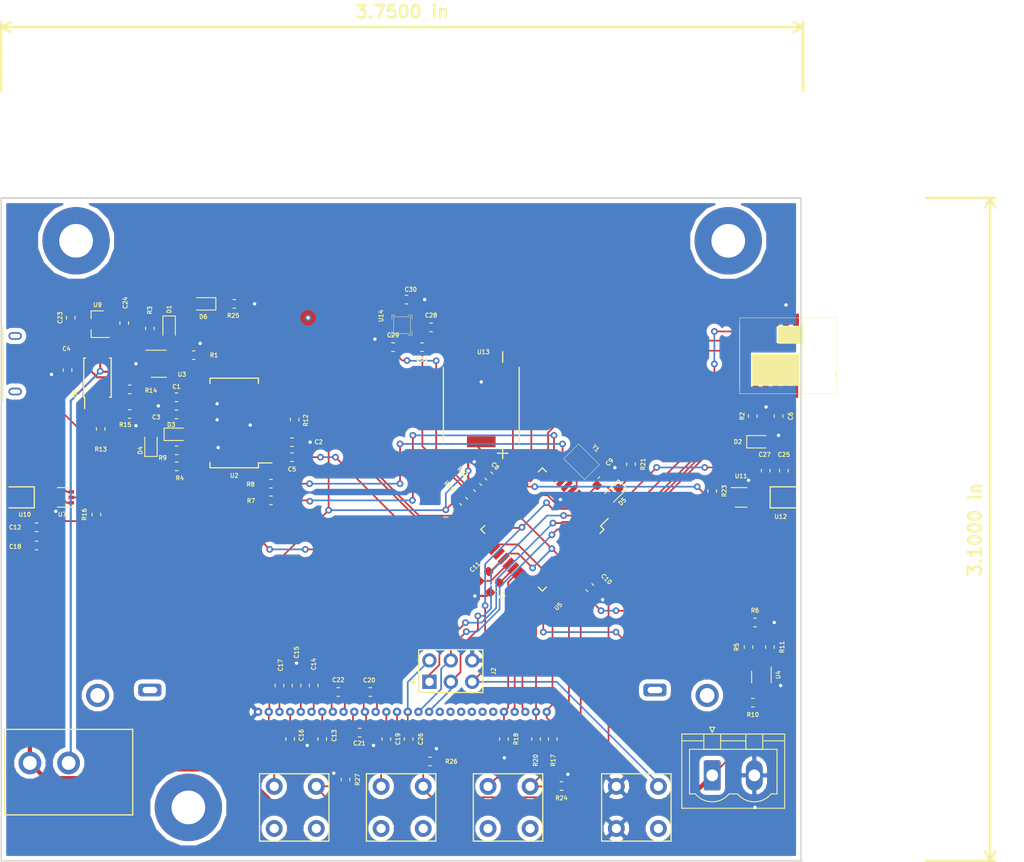
<source format=kicad_pcb>
(kicad_pcb (version 20171130) (host pcbnew "(5.0.2)-1")
  (layers (0 F.Cu signal) (31 B.Cu signal) (34 B.Paste user) (35 F.Paste user) (36 B.SilkS user) (37 F.SilkS user) (38 B.Mask user) (39 F.Mask user) (44 Edge.Cuts user))
  (net 0 "")
  (net 1 "Net-(BT1-Pad1)")
  (net 2 GND)
  (net 3 "Net-(R13-Pad1)")
  (net 4 "Net-(R15-Pad1)")
  (net 5 "Net-(SW1-Pad1)")
  (net 6 "Net-(C23-Pad1)")
  (net 7 "Net-(C4-Pad1)")
  (net 8 "Net-(J1-Pad3)")
  (net 9 "Net-(J1-Pad4)")
  (net 10 "Net-(J1-Pad2)")
  (net 11 /MOSI)
  (net 12 /MISO)
  (net 13 /SCK)
  (net 14 /RESET)
  (net 15 +3V3)
  (net 16 "Net-(R8-Pad1)")
  (net 17 "Net-(R7-Pad1)")
  (net 18 /BLE_TX)
  (net 19 /BLE_RX)
  (net 20 /PWM_1)
  (net 21 /PWM_2)
  (net 22 /BUTTON1)
  (net 23 /Buzzer)
  (net 24 /SCL)
  (net 25 /SDA)
  (net 26 /RD)
  (net 27 /CS1)
  (net 28 /WR)
  (net 29 /MEAS_BAT)
  (net 30 /BUTTON2)
  (net 31 "Net-(C7-Pad1)")
  (net 32 /RX_IND)
  (net 33 /RTS)
  (net 34 /RST_N)
  (net 35 /CTS)
  (net 36 /BUTTON3)
  (net 37 /VBAT)
  (net 38 "Net-(R5-Pad1)")
  (net 39 "Net-(R10-Pad1)")
  (net 40 "Net-(R1-Pad1)")
  (net 41 "Net-(D5-Pad1)")
  (net 42 "Net-(D4-Pad1)")
  (net 43 "Net-(R9-Pad2)")
  (net 44 "Net-(R8-Pad2)")
  (net 45 "Net-(R2-Pad1)")
  (net 46 "Net-(D1-Pad1)")
  (net 47 "Net-(R3-Pad2)")
  (net 48 "Net-(R7-Pad2)")
  (net 49 "Net-(D3-Pad1)")
  (net 50 "Net-(R4-Pad2)")
  (net 51 "Net-(D6-Pad1)")
  (net 52 "Net-(C19-Pad1)")
  (net 53 "Net-(C20-Pad1)")
  (net 54 "Net-(C20-Pad2)")
  (net 55 "Net-(C21-Pad1)")
  (net 56 "Net-(C22-Pad2)")
  (net 57 "Net-(C22-Pad1)")
  (net 58 "Net-(C13-Pad1)")
  (net 59 "Net-(C14-Pad1)")
  (net 60 "Net-(C15-Pad1)")
  (net 61 "Net-(C16-Pad1)")
  (net 62 "Net-(C17-Pad1)")
  (net 63 "Net-(C28-Pad1)")
  (net 64 "Net-(U1-Pad16)")
  (net 65 "Net-(U1-Pad15)")
  (net 66 "Net-(U1-Pad5)")
  (net 67 "Net-(U1-Pad4)")
  (net 68 "Net-(U1-Pad3)")
  (net 69 "Net-(U1-Pad1)")
  (net 70 "Net-(J1-Pad6)")
  (net 71 "Net-(U2-Pad3)")
  (net 72 "Net-(U2-Pad6)")
  (net 73 "Net-(U2-Pad8)")
  (net 74 "Net-(U2-Pad9)")
  (net 75 "Net-(U2-Pad10)")
  (net 76 "Net-(U2-Pad11)")
  (net 77 "Net-(U2-Pad12)")
  (net 78 "Net-(U2-Pad13)")
  (net 79 "Net-(U2-Pad14)")
  (net 80 "Net-(U2-Pad19)")
  (net 81 "Net-(U2-Pad24)")
  (net 82 "Net-(U2-Pad27)")
  (net 83 "Net-(U2-Pad28)")
  (net 84 "Net-(D2-Pad1)")
  (net 85 "Net-(U6-Pad1)")
  (net 86 "Net-(U11-Pad1)")
  (net 87 "Net-(U10-Pad2)")
  (net 88 "Net-(U5-Pad7)")
  (net 89 "Net-(U5-Pad8)")
  (net 90 "Net-(C5-Pad2)")
  (net 91 "Net-(U8-Pad6)")
  (net 92 "Net-(U8-Pad7)")
  (net 93 "Net-(U8-Pad8)")
  (net 94 "Net-(U8-Pad9)")
  (net 95 "Net-(U8-Pad10)")
  (net 96 "Net-(U8-Pad11)")
  (net 97 "Net-(U5-Pad13)")
  (net 98 /INT_MAG)
  (net 99 /INT_XL)
  (net 100 /DRDY_MAG)
  (net 101 "Net-(U5-Pad23)")
  (net 102 /A0)
  (net 103 /RES)
  (net 104 "Net-(U5-Pad26)")
  (module tama-footprints:Pushbutton_EG4791-ND (layer F.Cu) (at 113.03 86.36)
    (fp_text reference S1 hide)
    (fp_text value SW_PUSH)
    (pad 2 thru_hole circle (at 2.5 2.5) (size 2 2) (drill 1.1) (layers *.Cu *.Mask B.Adhes) (net 14 /RESET))
    (pad 2 thru_hole circle (at 2.5 -2.5) (size 2 2) (drill 1.1) (layers *.Cu *.Mask B.Adhes) (net 14 /RESET))
    (pad 1 thru_hole circle (at -2.5 -2.5) (size 2 2) (drill 1.1) (layers *.Cu *.Mask B.Adhes) (net 2 GND))
    (pad 1 thru_hole circle (at -2.5 2.5) (size 2 2) (drill 1.1) (layers *.Cu *.Mask B.Adhes) (net 2 GND))
  )
  (module "tama-footprints:LCD NHD-C12864LZ-FSW-FBW-3V3-ND" (layer F.Cu) (at 85.1154 76.2062)
    (fp_text reference U8 hide)
    (fp_text value LCD_Tomagotcha)
    (pad 2 thru_hole circle (at 15.875 -1.2) (size 1 1) (drill 0.45) (layers *.Cu *.Mask) (net 103 /RES))
    (pad 1 thru_hole circle (at 17.145 -1.2) (size 1 1) (drill 0.45) (layers *.Cu *.Mask) (net 27 /CS1))
    (pad 3 thru_hole circle (at 14.605 -1.2) (size 1 1) (drill 0.45) (layers *.Cu *.Mask) (net 102 /A0))
    (pad 4 thru_hole circle (at 13.335 -1.2) (size 1 1) (drill 0.45) (layers *.Cu *.Mask) (net 28 /WR))
    (pad 5 thru_hole circle (at 12.065 -1.2) (size 1 1) (drill 0.45) (layers *.Cu *.Mask) (net 26 /RD))
    (pad 6 thru_hole circle (at 10.795 -1.2) (size 1 1) (drill 0.45) (layers *.Cu *.Mask) (net 91 "Net-(U8-Pad6)"))
    (pad 7 thru_hole circle (at 9.525 -1.2) (size 1 1) (drill 0.45) (layers *.Cu *.Mask) (net 92 "Net-(U8-Pad7)"))
    (pad 8 thru_hole circle (at 8.255 -1.2) (size 1 1) (drill 0.45) (layers *.Cu *.Mask) (net 93 "Net-(U8-Pad8)"))
    (pad 9 thru_hole circle (at 6.985 -1.2) (size 1 1) (drill 0.45) (layers *.Cu *.Mask) (net 94 "Net-(U8-Pad9)"))
    (pad 10 thru_hole circle (at 5.715 -1.2) (size 1 1) (drill 0.45) (layers *.Cu *.Mask) (net 95 "Net-(U8-Pad10)"))
    (pad 11 thru_hole circle (at 4.445 -1.2) (size 1 1) (drill 0.45) (layers *.Cu *.Mask) (net 96 "Net-(U8-Pad11)"))
    (pad 12 thru_hole circle (at 3.175 -1.2) (size 1 1) (drill 0.45) (layers *.Cu *.Mask) (net 13 /SCK))
    (pad 13 thru_hole circle (at 1.905 -1.2) (size 1 1) (drill 0.45) (layers *.Cu *.Mask) (net 11 /MOSI))
    (pad 14 thru_hole circle (at 0.635 -1.2) (size 1 1) (drill 0.45) (layers *.Cu *.Mask) (net 15 +3V3))
    (pad 15 thru_hole circle (at -0.635 -1.2) (size 1 1) (drill 0.45) (layers *.Cu *.Mask) (net 2 GND))
    (pad 16 thru_hole circle (at -1.905 -1.2) (size 1 1) (drill 0.45) (layers *.Cu *.Mask) (net 52 "Net-(C19-Pad1)"))
    (pad 17 thru_hole circle (at -3.175 -1.2) (size 1 1) (drill 0.45) (layers *.Cu *.Mask) (net 53 "Net-(C20-Pad1)"))
    (pad 18 thru_hole circle (at -4.445 -1.2) (size 1 1) (drill 0.45) (layers *.Cu *.Mask) (net 54 "Net-(C20-Pad2)"))
    (pad 19 thru_hole circle (at -5.715 -1.2) (size 1 1) (drill 0.45) (layers *.Cu *.Mask) (net 55 "Net-(C21-Pad1)"))
    (pad 20 thru_hole circle (at -6.985 -1.2) (size 1 1) (drill 0.45) (layers *.Cu *.Mask) (net 56 "Net-(C22-Pad2)"))
    (pad 21 thru_hole circle (at -8.255 -1.2) (size 1 1) (drill 0.45) (layers *.Cu *.Mask) (net 57 "Net-(C22-Pad1)"))
    (pad 22 thru_hole circle (at -9.525 -1.2) (size 1 1) (drill 0.45) (layers *.Cu *.Mask) (net 58 "Net-(C13-Pad1)"))
    (pad 23 thru_hole circle (at -10.795 -1.2) (size 1 1) (drill 0.45) (layers *.Cu *.Mask) (net 59 "Net-(C14-Pad1)"))
    (pad 24 thru_hole circle (at -12.065 -1.2) (size 1 1) (drill 0.45) (layers *.Cu *.Mask) (net 60 "Net-(C15-Pad1)"))
    (pad 25 thru_hole circle (at -13.335 -1.2) (size 1 1) (drill 0.45) (layers *.Cu *.Mask) (net 61 "Net-(C16-Pad1)"))
    (pad 26 thru_hole circle (at -14.605 -1.2) (size 1 1) (drill 0.45) (layers *.Cu *.Mask) (net 62 "Net-(C17-Pad1)"))
    (pad 27 thru_hole circle (at -15.875 -1.2) (size 1 1) (drill 0.45) (layers *.Cu *.Mask) (net 15 +3V3))
    (pad 28 thru_hole circle (at -17.145 -1.2) (size 1 1) (drill 0.45) (layers *.Cu *.Mask) (net 2 GND))
    (pad 32 thru_hole circle (at 36.2 -3.15) (size 2.75 2.75) (drill 1.75) (layers *.Cu *.Mask))
    (pad 29 thru_hole circle (at -36.2 -3.15) (size 2.75 2.75) (drill 1.75) (layers *.Cu *.Mask))
    (pad 30 thru_hole roundrect (at -30 -3.79) (size 2.75 1.5) (drill oval 1.75 0.75) (layers *.Cu *.Mask))
    (pad 31 thru_hole roundrect (at 30 -3.79) (size 2.75 1.5) (drill oval 1.75 0.75) (layers *.Cu *.Mask))
  )
  (module tama-footprints:Arduino_ICSP (layer F.Cu) (at 90.8685 70.1675 90)
    (fp_text reference J2 (at 0 5.08 90) (layer F.SilkS) (effects (font (size 0.5 0.5) (thickness 0.1))))
    (fp_text value Arduino_ICSP)
    (pad 1 thru_hole rect (at -1.27 -2.54 90) (size 1.7 1.7) (drill 1) (layers *.Cu *.Mask) (net 12 /MISO))
    (pad 2 thru_hole oval (at 1.27 -2.54 90) (size 1.7 1.7) (drill 1) (layers *.Cu *.Mask) (net 15 +3V3))
    (pad 3 thru_hole oval (at -1.27 0 90) (size 1.7 1.7) (drill 1) (layers *.Cu *.Mask) (net 13 /SCK))
    (pad 4 thru_hole oval (at 1.27 0 90) (size 1.7 1.7) (drill 1) (layers *.Cu *.Mask) (net 11 /MOSI))
    (pad 5 thru_hole oval (at -1.27 2.54 90) (size 1.7 1.7) (drill 1) (layers *.Cu *.Mask) (net 14 /RESET))
    (pad 6 thru_hole oval (at 1.27 2.54 90) (size 1.7 1.7) (drill 1) (layers *.Cu *.Mask) (net 2 GND))
  )
  (module tama-footprints:R_0603_1608Metric (layer F.Cu) (at 55.118 29.464 270)
    (fp_text reference R3 (at -2.159 0 270) (layer F.SilkS) (effects (font (size 0.5 0.5) (thickness 0.1))))
    (fp_text value 1k)
    (pad 1 smd roundrect (at -0.7875 0 270) (size 0.875 0.95) (layers F.Cu F.Paste F.Mask) (net 46 "Net-(D1-Pad1)"))
    (pad 2 smd roundrect (at 0.7875 0 270) (size 0.875 0.95) (layers F.Cu F.Paste F.Mask) (net 47 "Net-(R3-Pad2)"))
  )
  (module tama-footprints:PhoenixContact_MSTBVA_2,5_2-G_1x02_P5.00mm_Vertical (layer F.Cu) (at 121.92 82.55)
    (fp_text reference BT1 hide)
    (fp_text value Battery_Cell)
    (pad 1 thru_hole roundrect (at 0 0) (size 2 3.6) (drill 1.4) (layers *.Cu *.Mask) (roundrect_rratio 0.125) (net 1 "Net-(BT1-Pad1)"))
    (pad 2 thru_hole oval (at 5 0) (size 2 3.6) (drill 1.4) (layers *.Cu *.Mask) (net 2 GND))
  )
  (module tama-footprints:IMU (layer F.Cu) (at 85.09 29.083 270)
    (fp_text reference U14 (at -1.116 2.516 270) (layer F.SilkS) (effects (font (size 0.5 0.5) (thickness 0.1))))
    (fp_text value IMU)
    (pad 4 smd rect (at 0.984 -0.759 270) (size 0.8 0.25) (layers F.Cu F.Paste F.Mask) (net 25 /SDA))
    (pad 3 smd rect (at 0.984 -0.284 270) (size 0.8 0.25) (layers F.Cu F.Paste F.Mask) (net 15 +3V3))
    (pad 2 smd rect (at 0.984 0.241 270) (size 0.8 0.25) (layers F.Cu F.Paste F.Mask) (net 15 +3V3))
    (pad 1 smd roundrect (at 0.984 0.741 270) (size 0.8 0.25) (layers F.Cu F.Paste F.Mask) (net 24 /SCL))
    (pad 12 smd rect (at 0.2465 1.016 270) (size 0.25 0.8) (layers F.Cu F.Paste F.Mask) (net 99 /INT_XL))
    (pad 11 smd rect (at -0.2535 1.016 270) (size 0.25 0.8) (layers F.Cu F.Paste F.Mask) (net 100 /DRDY_MAG))
    (pad 10 smd rect (at -1.016 0.741 270) (size 0.8 0.25) (layers F.Cu F.Paste F.Mask) (net 15 +3V3))
    (pad 9 smd rect (at -1.016 0.241 270) (size 0.8 0.25) (layers F.Cu F.Paste F.Mask) (net 15 +3V3))
    (pad 8 smd rect (at -1.016 -0.259 270) (size 0.8 0.25) (layers F.Cu F.Paste F.Mask) (net 2 GND))
    (pad 7 smd rect (at -1.016 -0.759 270) (size 0.8 0.25) (layers F.Cu F.Paste F.Mask) (net 98 /INT_MAG))
    (pad 6 smd rect (at -0.2535 -0.984 270) (size 0.25 0.8) (layers F.Cu F.Paste F.Mask) (net 2 GND))
    (pad 5 smd rect (at 0.2465 -0.984 270) (size 0.25 0.8) (layers F.Cu F.Paste F.Mask) (net 63 "Net-(C28-Pad1)"))
  )
  (module tama-footprints:TSSOP-8_4.4x3mm_P0.65mm (layer F.Cu) (at 48.895 35.306 90)
    (fp_text reference U6 (at -1.905 -2.667 90) (layer F.SilkS) (effects (font (size 0.5 0.5) (thickness 0.1))))
    (fp_text value TPS2113APWR)
    (pad 1 smd rect (at -2.95 -0.975 90) (size 1.45 0.45) (layers F.Cu F.Paste F.Mask) (net 85 "Net-(U6-Pad1)"))
    (pad 2 smd rect (at -2.95 -0.325 90) (size 1.45 0.45) (layers F.Cu F.Paste F.Mask) (net 2 GND))
    (pad 3 smd rect (at -2.95 0.325 90) (size 1.45 0.45) (layers F.Cu F.Paste F.Mask) (net 3 "Net-(R13-Pad1)"))
    (pad 4 smd rect (at -2.95 0.975 90) (size 1.45 0.45) (layers F.Cu F.Paste F.Mask) (net 4 "Net-(R15-Pad1)"))
    (pad 5 smd rect (at 2.95 0.975 90) (size 1.45 0.45) (layers F.Cu F.Paste F.Mask) (net 2 GND))
    (pad 6 smd rect (at 2.95 0.325 90) (size 1.45 0.45) (layers F.Cu F.Paste F.Mask) (net 5 "Net-(SW1-Pad1)"))
    (pad 7 smd rect (at 2.95 -0.325 90) (size 1.45 0.45) (layers F.Cu F.Paste F.Mask) (net 6 "Net-(C23-Pad1)"))
    (pad 8 smd rect (at 2.95 -0.975 90) (size 1.45 0.45) (layers F.Cu F.Paste F.Mask) (net 7 "Net-(C4-Pad1)"))
  )
  (module Package_TO_SOT_SMD:SOT-23 (layer F.Cu) (at 48.895 28.956 180)
    (fp_text reference U9 (at 0 2.286 180) (layer F.SilkS) (effects (font (size 0.5 0.5) (thickness 0.1))))
    (fp_text value MCP1700)
    (pad 1 smd rect (at -1 -0.95 180) (size 0.9 0.8) (layers F.Cu F.Paste F.Mask) (net 2 GND))
    (pad 2 smd rect (at -1 0.95 180) (size 0.9 0.8) (layers F.Cu F.Paste F.Mask) (net 15 +3V3))
    (pad 3 smd rect (at 1 0 180) (size 0.9 0.8) (layers F.Cu F.Paste F.Mask) (net 6 "Net-(C23-Pad1)"))
  )
  (module "tama-footprints:Buzzer 490-9647-1-ND" (layer F.Cu) (at 94.488 38.576 270)
    (fp_text reference U13 (at -6.318 -0.254) (layer F.SilkS) (effects (font (size 0.5 0.5) (thickness 0.1))))
    (fp_text value Buzzer_490-9647-1-ND)
    (pad 1 smd rect (at 4.35 0 270) (size 1.3 3.4) (layers F.Cu F.Paste F.Mask) (net 23 /Buzzer))
    (pad 2 smd rect (at -4.35 0 270) (size 1.3 3.4) (layers F.Cu F.Paste F.Mask) (net 2 GND))
  )
  (module tama-footprints:SOT-363_SC-70-6 (layer F.Cu) (at 127.762 70.866 270)
    (fp_text reference U4 (at -0.254 -2 270) (layer F.SilkS) (effects (font (size 0.5 0.5) (thickness 0.1))))
    (fp_text value MOSNP)
    (pad 1 smd rect (at -0.95 -0.65 270) (size 0.65 0.4) (layers F.Cu F.Paste F.Mask) (net 39 "Net-(R10-Pad1)"))
    (pad 3 smd rect (at -0.95 0.65 270) (size 0.65 0.4) (layers F.Cu F.Paste F.Mask) (net 38 "Net-(R5-Pad1)"))
    (pad 5 smd rect (at 0.95 0 270) (size 0.65 0.4) (layers F.Cu F.Paste F.Mask) (net 39 "Net-(R10-Pad1)"))
    (pad 2 smd rect (at -0.95 0 270) (size 0.65 0.4) (layers F.Cu F.Paste F.Mask) (net 29 /MEAS_BAT))
    (pad 4 smd rect (at 0.95 0.65 270) (size 0.65 0.4) (layers F.Cu F.Paste F.Mask) (net 1 "Net-(BT1-Pad1)"))
    (pad 6 smd rect (at 0.95 -0.65 270) (size 0.65 0.4) (layers F.Cu F.Paste F.Mask) (net 2 GND))
  )
  (module tama-footprints:SOT-363_SC-70-6 (layer F.Cu) (at 125.349 49.53)
    (fp_text reference U11 (at 0 -2.54) (layer F.SilkS) (effects (font (size 0.5 0.5) (thickness 0.1))))
    (fp_text value MOSNP)
    (pad 6 smd rect (at 0.95 -0.65) (size 0.65 0.4) (layers F.Cu F.Paste F.Mask) (net 2 GND))
    (pad 4 smd rect (at 0.95 0.65) (size 0.65 0.4) (layers F.Cu F.Paste F.Mask) (net 86 "Net-(U11-Pad1)"))
    (pad 2 smd rect (at -0.95 0) (size 0.65 0.4) (layers F.Cu F.Paste F.Mask) (net 21 /PWM_2))
    (pad 5 smd rect (at 0.95 0) (size 0.65 0.4) (layers F.Cu F.Paste F.Mask) (net 1 "Net-(BT1-Pad1)"))
    (pad 3 smd rect (at -0.95 0.65) (size 0.65 0.4) (layers F.Cu F.Paste F.Mask) (net 1 "Net-(BT1-Pad1)"))
    (pad 1 smd rect (at -0.95 -0.65) (size 0.65 0.4) (layers F.Cu F.Paste F.Mask) (net 86 "Net-(U11-Pad1)"))
  )
  (module tama-footprints:SOT-363_SC-70-6 (layer F.Cu) (at 44.831 49.53 180)
    (fp_text reference U7 (at 0.127 -2.032 180) (layer F.SilkS) (effects (font (size 0.5 0.5) (thickness 0.1))))
    (fp_text value MOSNP)
    (pad 1 smd rect (at -0.95 -0.65 180) (size 0.65 0.4) (layers F.Cu F.Paste F.Mask) (net 87 "Net-(U10-Pad2)"))
    (pad 3 smd rect (at -0.95 0.65 180) (size 0.65 0.4) (layers F.Cu F.Paste F.Mask) (net 1 "Net-(BT1-Pad1)"))
    (pad 5 smd rect (at 0.95 0 180) (size 0.65 0.4) (layers F.Cu F.Paste F.Mask) (net 1 "Net-(BT1-Pad1)"))
    (pad 2 smd rect (at -0.95 0 180) (size 0.65 0.4) (layers F.Cu F.Paste F.Mask) (net 20 /PWM_1))
    (pad 4 smd rect (at 0.95 0.65 180) (size 0.65 0.4) (layers F.Cu F.Paste F.Mask) (net 87 "Net-(U10-Pad2)"))
    (pad 6 smd rect (at 0.95 -0.65 180) (size 0.65 0.4) (layers F.Cu F.Paste F.Mask) (net 2 GND))
  )
  (module tama-footprints:TQFP-44_10x10mm_P0.8mm (layer F.Cu) (at 101.742468 53.338198 225)
    (fp_text reference U5 (at 5.130958 -7.80316 225) (layer F.SilkS) (effects (font (size 0.5 0.5) (thickness 0.1))))
    (fp_text value ATMEGA1284P)
    (pad 1 smd rect (at -5.7 -4 225) (size 1.5 0.55) (layers F.Cu F.Paste F.Mask) (net 11 /MOSI))
    (pad 2 smd rect (at -5.7 -3.2 225) (size 1.5 0.55) (layers F.Cu F.Paste F.Mask) (net 12 /MISO))
    (pad 3 smd rect (at -5.7 -2.4 225) (size 1.5 0.55) (layers F.Cu F.Paste F.Mask) (net 13 /SCK))
    (pad 4 smd rect (at -5.7 -1.6 225) (size 1.5 0.55) (layers F.Cu F.Paste F.Mask) (net 14 /RESET))
    (pad 5 smd rect (at -5.7 -0.8 225) (size 1.5 0.55) (layers F.Cu F.Paste F.Mask) (net 15 +3V3))
    (pad 6 smd rect (at -5.7 0 225) (size 1.5 0.55) (layers F.Cu F.Paste F.Mask) (net 2 GND))
    (pad 7 smd rect (at -5.7 0.8 225) (size 1.5 0.55) (layers F.Cu F.Paste F.Mask) (net 88 "Net-(U5-Pad7)"))
    (pad 8 smd rect (at -5.7 1.6 225) (size 1.5 0.55) (layers F.Cu F.Paste F.Mask) (net 89 "Net-(U5-Pad8)"))
    (pad 9 smd rect (at -5.7 2.4 225) (size 1.5 0.55) (layers F.Cu F.Paste F.Mask) (net 16 "Net-(R8-Pad1)"))
    (pad 10 smd rect (at -5.7 3.2 225) (size 1.5 0.55) (layers F.Cu F.Paste F.Mask) (net 17 "Net-(R7-Pad1)"))
    (pad 11 smd rect (at -5.7 4 225) (size 1.5 0.55) (layers F.Cu F.Paste F.Mask) (net 18 /BLE_TX))
    (pad 12 smd rect (at -4 5.7 315) (size 1.5 0.55) (layers F.Cu F.Paste F.Mask) (net 19 /BLE_RX))
    (pad 13 smd rect (at -3.2 5.7 315) (size 1.5 0.55) (layers F.Cu F.Paste F.Mask) (net 97 "Net-(U5-Pad13)"))
    (pad 14 smd rect (at -2.4 5.7 315) (size 1.5 0.55) (layers F.Cu F.Paste F.Mask) (net 21 /PWM_2))
    (pad 15 smd rect (at -1.6 5.7 315) (size 1.5 0.55) (layers F.Cu F.Paste F.Mask) (net 98 /INT_MAG))
    (pad 16 smd rect (at -0.8 5.7 315) (size 1.5 0.55) (layers F.Cu F.Paste F.Mask) (net 23 /Buzzer))
    (pad 17 smd rect (at 0 5.7 315) (size 1.5 0.55) (layers F.Cu F.Paste F.Mask) (net 15 +3V3))
    (pad 18 smd rect (at 0.8 5.7 315) (size 1.5 0.55) (layers F.Cu F.Paste F.Mask) (net 2 GND))
    (pad 19 smd rect (at 1.6 5.7 315) (size 1.5 0.55) (layers F.Cu F.Paste F.Mask) (net 24 /SCL))
    (pad 20 smd rect (at 2.4 5.7 315) (size 1.5 0.55) (layers F.Cu F.Paste F.Mask) (net 25 /SDA))
    (pad 21 smd rect (at 3.2 5.7 315) (size 1.5 0.55) (layers F.Cu F.Paste F.Mask) (net 99 /INT_XL))
    (pad 22 smd rect (at 4 5.7 315) (size 1.5 0.55) (layers F.Cu F.Paste F.Mask) (net 100 /DRDY_MAG))
    (pad 23 smd rect (at 5.7 4 225) (size 1.5 0.55) (layers F.Cu F.Paste F.Mask) (net 101 "Net-(U5-Pad23)"))
    (pad 24 smd rect (at 5.7 3.2 225) (size 1.5 0.55) (layers F.Cu F.Paste F.Mask) (net 20 /PWM_1))
    (pad 25 smd rect (at 5.7 2.4 225) (size 1.5 0.55) (layers F.Cu F.Paste F.Mask) (net 29 /MEAS_BAT))
    (pad 26 smd rect (at 5.7 1.6 225) (size 1.5 0.55) (layers F.Cu F.Paste F.Mask) (net 104 "Net-(U5-Pad26)"))
    (pad 27 smd rect (at 5.7 0.8 225) (size 1.5 0.55) (layers F.Cu F.Paste F.Mask) (net 15 +3V3))
    (pad 28 smd rect (at 5.7 0 225) (size 1.5 0.55) (layers F.Cu F.Paste F.Mask) (net 2 GND))
    (pad 29 smd rect (at 5.7 -0.8 225) (size 1.5 0.55) (layers F.Cu F.Paste F.Mask) (net 31 "Net-(C7-Pad1)"))
    (pad 30 smd rect (at 5.7 -1.6 225) (size 1.5 0.55) (layers F.Cu F.Paste F.Mask) (net 26 /RD))
    (pad 31 smd rect (at 5.7 -2.4 225) (size 1.5 0.55) (layers F.Cu F.Paste F.Mask) (net 28 /WR))
    (pad 32 smd rect (at 5.7 -3.2 225) (size 1.5 0.55) (layers F.Cu F.Paste F.Mask) (net 102 /A0))
    (pad 33 smd rect (at 5.7 -4 225) (size 1.5 0.55) (layers F.Cu F.Paste F.Mask) (net 103 /RES))
    (pad 34 smd rect (at 4 -5.7 315) (size 1.5 0.55) (layers F.Cu F.Paste F.Mask) (net 27 /CS1))
    (pad 35 smd rect (at 3.2 -5.7 315) (size 1.5 0.55) (layers F.Cu F.Paste F.Mask) (net 22 /BUTTON1))
    (pad 36 smd rect (at 2.4 -5.7 315) (size 1.5 0.55) (layers F.Cu F.Paste F.Mask) (net 30 /BUTTON2))
    (pad 37 smd rect (at 1.6 -5.7 315) (size 1.5 0.55) (layers F.Cu F.Paste F.Mask) (net 37 /VBAT))
    (pad 38 smd rect (at 0.8 -5.7 315) (size 1.5 0.55) (layers F.Cu F.Paste F.Mask) (net 15 +3V3))
    (pad 39 smd rect (at 0 -5.7 315) (size 1.5 0.55) (layers F.Cu F.Paste F.Mask) (net 2 GND))
    (pad 40 smd rect (at -0.8 -5.7 315) (size 1.5 0.55) (layers F.Cu F.Paste F.Mask) (net 36 /BUTTON3))
    (pad 41 smd rect (at -1.6 -5.7 315) (size 1.5 0.55) (layers F.Cu F.Paste F.Mask) (net 35 /CTS))
    (pad 42 smd rect (at -2.4 -5.7 315) (size 1.5 0.55) (layers F.Cu F.Paste F.Mask) (net 34 /RST_N))
    (pad 43 smd rect (at -3.2 -5.7 315) (size 1.5 0.55) (layers F.Cu F.Paste F.Mask) (net 33 /RTS))
    (pad 44 smd rect (at -4 -5.7 315) (size 1.5 0.55) (layers F.Cu F.Paste F.Mask) (net 32 /RX_IND))
  )
  (module "tama-footprints:VMotor 1670-1000-ND" (layer F.Cu) (at 40.386 49.53 90)
    (fp_text reference U10 (at -2.032 -0.127 180) (layer F.SilkS) (effects (font (size 0.5 0.5) (thickness 0.1))))
    (fp_text value VMotor1670-1000-ND)
    (pad 2 smd rect (at 0.6 0 90) (size 0.65 1.4) (layers F.Cu F.Paste F.Mask) (net 87 "Net-(U10-Pad2)"))
    (pad 1 smd rect (at -0.6 0 90) (size 0.65 1.4) (layers F.Cu F.Paste F.Mask) (net 1 "Net-(BT1-Pad1)"))
  )
  (module "tama-footprints:VMotor 1670-1000-ND" (layer F.Cu) (at 129.794 49.53 270)
    (fp_text reference U12 (at 2.286 -0.254) (layer F.SilkS) (effects (font (size 0.5 0.5) (thickness 0.1))))
    (fp_text value VMotor1670-1000-ND)
    (pad 1 smd rect (at -0.6 0 270) (size 0.65 1.4) (layers F.Cu F.Paste F.Mask) (net 1 "Net-(BT1-Pad1)"))
    (pad 2 smd rect (at 0.6 0 270) (size 0.65 1.4) (layers F.Cu F.Paste F.Mask) (net 86 "Net-(U11-Pad1)"))
  )
  (module tama-footprints:Pushbutton_EG4791-ND (layer F.Cu) (at 72.39 86.36)
    (fp_text reference S4 hide)
    (fp_text value SW_PUSH)
    (pad 1 thru_hole circle (at -2.5 2.5) (size 2 2) (drill 1.1) (layers *.Cu *.Mask B.Adhes) (net 15 +3V3))
    (pad 1 thru_hole circle (at -2.5 -2.5) (size 2 2) (drill 1.1) (layers *.Cu *.Mask B.Adhes) (net 15 +3V3))
    (pad 2 thru_hole circle (at 2.5 -2.5) (size 2 2) (drill 1.1) (layers *.Cu *.Mask B.Adhes) (net 36 /BUTTON3))
    (pad 2 thru_hole circle (at 2.5 2.5) (size 2 2) (drill 1.1) (layers *.Cu *.Mask B.Adhes) (net 36 /BUTTON3))
  )
  (module tama-footprints:Pushbutton_EG4791-ND (layer F.Cu) (at 85.09 86.36)
    (fp_text reference S3 hide)
    (fp_text value SW_PUSH)
    (pad 2 thru_hole circle (at 2.5 2.5) (size 2 2) (drill 1.1) (layers *.Cu *.Mask B.Adhes) (net 30 /BUTTON2))
    (pad 2 thru_hole circle (at 2.5 -2.5) (size 2 2) (drill 1.1) (layers *.Cu *.Mask B.Adhes) (net 30 /BUTTON2))
    (pad 1 thru_hole circle (at -2.5 -2.5) (size 2 2) (drill 1.1) (layers *.Cu *.Mask B.Adhes) (net 15 +3V3))
    (pad 1 thru_hole circle (at -2.5 2.5) (size 2 2) (drill 1.1) (layers *.Cu *.Mask B.Adhes) (net 15 +3V3))
  )
  (module tama-footprints:Pushbutton_EG4791-ND (layer F.Cu) (at 97.79 86.36)
    (fp_text reference S2 hide)
    (fp_text value SW_PUSH)
    (pad 1 thru_hole circle (at -2.5 2.5) (size 2 2) (drill 1.1) (layers *.Cu *.Mask B.Adhes) (net 15 +3V3))
    (pad 1 thru_hole circle (at -2.5 -2.5) (size 2 2) (drill 1.1) (layers *.Cu *.Mask B.Adhes) (net 15 +3V3))
    (pad 2 thru_hole circle (at 2.5 -2.5) (size 2 2) (drill 1.1) (layers *.Cu *.Mask B.Adhes) (net 22 /BUTTON1))
    (pad 2 thru_hole circle (at 2.5 2.5) (size 2 2) (drill 1.1) (layers *.Cu *.Mask B.Adhes) (net 22 /BUTTON1))
  )
  (module tama-footprints:R_0603_1608Metric (layer F.Cu) (at 88.392 80.899 180)
    (fp_text reference R26 (at -2.54 0 180) (layer F.SilkS) (effects (font (size 0.5 0.5) (thickness 0.1))))
    (fp_text value 10k)
    (pad 2 smd roundrect (at 0.7875 0 180) (size 0.875 0.95) (layers F.Cu F.Paste F.Mask) (net 30 /BUTTON2))
    (pad 1 smd roundrect (at -0.7875 0 180) (size 0.875 0.95) (layers F.Cu F.Paste F.Mask) (net 2 GND))
  )
  (module tama-footprints:R_0603_1608Metric (layer F.Cu) (at 78.359 83.058 270)
    (fp_text reference R27 (at 0 -1.43 270) (layer F.SilkS) (effects (font (size 0.5 0.5) (thickness 0.1))))
    (fp_text value 10k)
    (pad 1 smd roundrect (at -0.7875 0 270) (size 0.875 0.95) (layers F.Cu F.Paste F.Mask) (net 2 GND))
    (pad 2 smd roundrect (at 0.7875 0 270) (size 0.875 0.95) (layers F.Cu F.Paste F.Mask) (net 36 /BUTTON3))
  )
  (module tama-footprints:SSOP-28_5.3x10.2mm_P0.65mm (layer F.Cu) (at 65.13818 40.689665 180)
    (fp_text reference U2 (at 0 -6.25 180) (layer F.SilkS) (effects (font (size 0.5 0.5) (thickness 0.1))))
    (fp_text value FT232RL)
    (pad 1 smd rect (at -3.6 -4.225 180) (size 1.75 0.45) (layers F.Cu F.Paste F.Mask) (net 44 "Net-(R8-Pad2)"))
    (pad 2 smd rect (at -3.6 -3.575 180) (size 1.75 0.45) (layers F.Cu F.Paste F.Mask) (net 90 "Net-(C5-Pad2)"))
    (pad 3 smd rect (at -3.6 -2.925 180) (size 1.75 0.45) (layers F.Cu F.Paste F.Mask) (net 71 "Net-(U2-Pad3)"))
    (pad 4 smd rect (at -3.6 -2.275 180) (size 1.75 0.45) (layers F.Cu F.Paste F.Mask) (net 15 +3V3))
    (pad 5 smd rect (at -3.6 -1.625 180) (size 1.75 0.45) (layers F.Cu F.Paste F.Mask) (net 48 "Net-(R7-Pad2)"))
    (pad 6 smd rect (at -3.6 -0.975 180) (size 1.75 0.45) (layers F.Cu F.Paste F.Mask) (net 72 "Net-(U2-Pad6)"))
    (pad 7 smd rect (at -3.6 -0.325 180) (size 1.75 0.45) (layers F.Cu F.Paste F.Mask) (net 2 GND))
    (pad 8 smd rect (at -3.6 0.325 180) (size 1.75 0.45) (layers F.Cu F.Paste F.Mask) (net 73 "Net-(U2-Pad8)"))
    (pad 9 smd rect (at -3.6 0.975 180) (size 1.75 0.45) (layers F.Cu F.Paste F.Mask) (net 74 "Net-(U2-Pad9)"))
    (pad 10 smd rect (at -3.6 1.625 180) (size 1.75 0.45) (layers F.Cu F.Paste F.Mask) (net 75 "Net-(U2-Pad10)"))
    (pad 11 smd rect (at -3.6 2.275 180) (size 1.75 0.45) (layers F.Cu F.Paste F.Mask) (net 76 "Net-(U2-Pad11)"))
    (pad 12 smd rect (at -3.6 2.925 180) (size 1.75 0.45) (layers F.Cu F.Paste F.Mask) (net 77 "Net-(U2-Pad12)"))
    (pad 13 smd rect (at -3.6 3.575 180) (size 1.75 0.45) (layers F.Cu F.Paste F.Mask) (net 78 "Net-(U2-Pad13)"))
    (pad 14 smd rect (at -3.6 4.225 180) (size 1.75 0.45) (layers F.Cu F.Paste F.Mask) (net 79 "Net-(U2-Pad14)"))
    (pad 15 smd rect (at 3.6 4.225 180) (size 1.75 0.45) (layers F.Cu F.Paste F.Mask) (net 8 "Net-(J1-Pad3)"))
    (pad 16 smd rect (at 3.6 3.575 180) (size 1.75 0.45) (layers F.Cu F.Paste F.Mask) (net 10 "Net-(J1-Pad2)"))
    (pad 17 smd rect (at 3.6 2.925 180) (size 1.75 0.45) (layers F.Cu F.Paste F.Mask) (net 15 +3V3))
    (pad 18 smd rect (at 3.6 2.275 180) (size 1.75 0.45) (layers F.Cu F.Paste F.Mask) (net 2 GND))
    (pad 19 smd rect (at 3.6 1.625 180) (size 1.75 0.45) (layers F.Cu F.Paste F.Mask) (net 80 "Net-(U2-Pad19)"))
    (pad 20 smd rect (at 3.6 0.975 180) (size 1.75 0.45) (layers F.Cu F.Paste F.Mask) (net 15 +3V3))
    (pad 21 smd rect (at 3.6 0.325 180) (size 1.75 0.45) (layers F.Cu F.Paste F.Mask) (net 2 GND))
    (pad 22 smd rect (at 3.6 -0.325 180) (size 1.75 0.45) (layers F.Cu F.Paste F.Mask) (net 43 "Net-(R9-Pad2)"))
    (pad 23 smd rect (at 3.6 -0.975 180) (size 1.75 0.45) (layers F.Cu F.Paste F.Mask) (net 50 "Net-(R4-Pad2)"))
    (pad 24 smd rect (at 3.6 -1.625 180) (size 1.75 0.45) (layers F.Cu F.Paste F.Mask) (net 81 "Net-(U2-Pad24)"))
    (pad 25 smd rect (at 3.6 -2.275 180) (size 1.75 0.45) (layers F.Cu F.Paste F.Mask) (net 2 GND))
    (pad 26 smd rect (at 3.6 -2.925 180) (size 1.75 0.45) (layers F.Cu F.Paste F.Mask) (net 2 GND))
    (pad 27 smd rect (at 3.6 -3.575 180) (size 1.75 0.45) (layers F.Cu F.Paste F.Mask) (net 82 "Net-(U2-Pad27)"))
    (pad 28 smd rect (at 3.6 -4.225 180) (size 1.75 0.45) (layers F.Cu F.Paste F.Mask) (net 83 "Net-(U2-Pad28)"))
  )
  (module LED_SMD:LED_0603_1608Metric (layer F.Cu) (at 61.468 26.543 180)
    (fp_text reference D6 (at 0 -1.524 180) (layer F.SilkS) (effects (font (size 0.5 0.5) (thickness 0.1))))
    (fp_text value PWR_IND)
    (pad 2 smd roundrect (at 0.7875 0 180) (size 0.875 0.95) (layers F.Cu F.Paste F.Mask) (net 15 +3V3))
    (pad 1 smd roundrect (at -0.7875 0 180) (size 0.875 0.95) (layers F.Cu F.Paste F.Mask) (net 51 "Net-(D6-Pad1)"))
  )
  (module LED_SMD:LED_0603_1608Metric (layer F.Cu) (at 110.236 49.022 225)
    (fp_text reference D5 (at 0 -1.43 225) (layer F.SilkS) (effects (font (size 0.5 0.5) (thickness 0.1))))
    (fp_text value SCK)
    (pad 1 smd roundrect (at -0.787501 0 225) (size 0.875 0.95) (layers F.Cu F.Paste F.Mask) (net 41 "Net-(D5-Pad1)"))
    (pad 2 smd roundrect (at 0.787501 0 225) (size 0.875 0.95) (layers F.Cu F.Paste F.Mask) (net 13 /SCK))
  )
  (module LED_SMD:LED_0603_1608Metric (layer F.Cu) (at 55.245 43.18 90)
    (fp_text reference D4 (at -0.762 -1.27 90) (layer F.SilkS) (effects (font (size 0.5 0.5) (thickness 0.1))))
    (fp_text value TX)
    (pad 2 smd roundrect (at 0.7875 0 90) (size 0.875 0.95) (layers F.Cu F.Paste F.Mask) (net 15 +3V3))
    (pad 1 smd roundrect (at -0.7875 0 90) (size 0.875 0.95) (layers F.Cu F.Paste F.Mask) (net 42 "Net-(D4-Pad1)"))
  )
  (module LED_SMD:LED_0603_1608Metric (layer F.Cu) (at 58.293 42.037)
    (fp_text reference D3 (at -0.635 -1.143) (layer F.SilkS) (effects (font (size 0.5 0.5) (thickness 0.1))))
    (fp_text value RX)
    (pad 1 smd roundrect (at -0.7875 0) (size 0.875 0.95) (layers F.Cu F.Paste F.Mask) (net 49 "Net-(D3-Pad1)"))
    (pad 2 smd roundrect (at 0.7875 0) (size 0.875 0.95) (layers F.Cu F.Paste F.Mask) (net 15 +3V3))
  )
  (module LED_SMD:LED_0603_1608Metric (layer F.Cu) (at 127.508 42.926)
    (fp_text reference D2 (at -2.54 0) (layer F.SilkS) (effects (font (size 0.5 0.5) (thickness 0.1))))
    (fp_text value BLE)
    (pad 2 smd roundrect (at 0.7875 0) (size 0.875 0.95) (layers F.Cu F.Paste F.Mask) (net 15 +3V3))
    (pad 1 smd roundrect (at -0.7875 0) (size 0.875 0.95) (layers F.Cu F.Paste F.Mask) (net 84 "Net-(D2-Pad1)"))
  )
  (module LED_SMD:LED_0603_1608Metric (layer F.Cu) (at 57.404 29.464 270)
    (fp_text reference D1 (at -2.286 0 270) (layer F.SilkS) (effects (font (size 0.5 0.5) (thickness 0.1))))
    (fp_text value STAT)
    (pad 1 smd roundrect (at -0.7875 0 270) (size 0.875 0.95) (layers F.Cu F.Paste F.Mask) (net 46 "Net-(D1-Pad1)"))
    (pad 2 smd roundrect (at 0.7875 0 270) (size 0.875 0.95) (layers F.Cu F.Paste F.Mask) (net 7 "Net-(C4-Pad1)"))
  )
  (module Package_TO_SOT_SMD:SOT-23-5 (layer F.Cu) (at 56.175 33.655)
    (fp_text reference U3 (at 2.753 1.27) (layer F.SilkS) (effects (font (size 0.5 0.5) (thickness 0.1))))
    (fp_text value MCP7381)
    (pad 1 smd rect (at -1.1 -0.95) (size 1.06 0.65) (layers F.Cu F.Paste F.Mask) (net 47 "Net-(R3-Pad2)"))
    (pad 2 smd rect (at -1.1 0) (size 1.06 0.65) (layers F.Cu F.Paste F.Mask) (net 2 GND))
    (pad 3 smd rect (at -1.1 0.95) (size 1.06 0.65) (layers F.Cu F.Paste F.Mask) (net 5 "Net-(SW1-Pad1)"))
    (pad 4 smd rect (at 1.1 0.95) (size 1.06 0.65) (layers F.Cu F.Paste F.Mask) (net 7 "Net-(C4-Pad1)"))
    (pad 5 smd rect (at 1.1 -0.95) (size 1.06 0.65) (layers F.Cu F.Paste F.Mask) (net 40 "Net-(R1-Pad1)"))
  )
  (module tama-footprints:8MHz_Crystal (layer F.Cu) (at 106.400996 45.296726 135)
    (fp_text reference Y1 (at -0.057236 2.334867 135) (layer F.SilkS) (effects (font (size 0.5 0.5) (thickness 0.1))))
    (fp_text value Crystal)
    (pad 2 smd rect (at 0 0 135) (size 0.4 1.9) (layers F.Cu F.Paste F.Mask) (net 2 GND))
    (pad 1 smd rect (at -1.2 0 135) (size 0.4 1.9) (layers F.Cu F.Paste F.Mask) (net 88 "Net-(U5-Pad7)"))
    (pad 3 smd rect (at 1.2 0 135) (size 0.4 1.9) (layers F.Cu F.Paste F.Mask) (net 89 "Net-(U5-Pad8)"))
  )
  (module tama-footprints:BM71BLE (layer F.Cu) (at 125.176773 28.207159 270)
    (fp_text reference U1 hide)
    (fp_text value BM71BLES1FC2)
    (pad 16 smd rect (at 8.75 -6.6 270) (size 1.5 0.7) (layers F.Cu F.Paste F.Mask) (net 64 "Net-(U1-Pad16)"))
    (pad 15 smd rect (at 8.75 -5.5 270) (size 1.5 0.7) (layers F.Cu F.Paste F.Mask) (net 65 "Net-(U1-Pad15)"))
    (pad 14 smd rect (at 8.75 -4.3 270) (size 1.5 0.7) (layers F.Cu F.Paste F.Mask) (net 15 +3V3))
    (pad 13 smd rect (at 8.75 -3.1 270) (size 1.5 0.7) (layers F.Cu F.Paste F.Mask) (net 2 GND))
    (pad 12 smd rect (at 8.75 -1.9 270) (size 1.5 0.7) (layers F.Cu F.Paste F.Mask) (net 45 "Net-(R2-Pad1)"))
    (pad 5 smd rect (at 0.25 -1.9 270) (size 1.5 0.7) (layers F.Cu F.Paste F.Mask) (net 66 "Net-(U1-Pad5)"))
    (pad 4 smd rect (at 0.25 -3.1 270) (size 1.5 0.7) (layers F.Cu F.Paste F.Mask) (net 67 "Net-(U1-Pad4)"))
    (pad 3 smd rect (at 0.25 -4.3 270) (size 1.5 0.7) (layers F.Cu F.Paste F.Mask) (net 68 "Net-(U1-Pad3)"))
    (pad 1 smd rect (at 0.25 -6.7 270) (size 1.5 0.7) (layers F.Cu F.Paste F.Mask) (net 69 "Net-(U1-Pad1)"))
    (pad 2 smd rect (at 0.25 -5.5 270) (size 1.5 0.7) (layers F.Cu F.Paste F.Mask) (net 2 GND))
    (pad 7 smd rect (at 2.7 -0.25) (size 1.5 0.7) (layers F.Cu F.Paste F.Mask) (net 19 /BLE_RX))
    (pad 6 smd rect (at 1.5 -0.25) (size 1.5 0.7) (layers F.Cu F.Paste F.Mask) (net 32 /RX_IND))
    (pad 10 smd rect (at 6.3 -0.25) (size 1.5 0.7) (layers F.Cu F.Paste F.Mask) (net 34 /RST_N))
    (pad 8 smd rect (at 3.9 -0.25) (size 1.5 0.7) (layers F.Cu F.Paste F.Mask) (net 18 /BLE_TX))
    (pad 9 smd rect (at 5.1 -0.25) (size 1.5 0.7) (layers F.Cu F.Paste F.Mask) (net 33 /RTS))
    (pad 11 smd rect (at 7.5 -0.25) (size 1.5 0.7) (layers F.Cu F.Paste F.Mask) (net 35 /CTS))
  )
  (module tama-footprints:C_0603_1608Metric (layer F.Cu) (at 85.598 26.035 180)
    (fp_text reference C30 (at -0.508 1.2065 180) (layer F.SilkS) (effects (font (size 0.5 0.5) (thickness 0.1))))
    (fp_text value 10uF)
    (pad 1 smd roundrect (at -0.7875 0 180) (size 0.875 0.95) (layers F.Cu F.Paste F.Mask) (net 2 GND))
    (pad 2 smd roundrect (at 0.7875 0 180) (size 0.875 0.95) (layers F.Cu F.Paste F.Mask) (net 15 +3V3))
  )
  (module tama-footprints:C_0603_1608Metric (layer F.Cu) (at 77.4954 72.644)
    (fp_text reference C22 (at 0 -1.43) (layer F.SilkS) (effects (font (size 0.5 0.5) (thickness 0.1))))
    (fp_text value 1uF)
    (pad 2 smd roundrect (at 0.7875 0) (size 0.875 0.95) (layers F.Cu F.Paste F.Mask) (net 56 "Net-(C22-Pad2)"))
    (pad 1 smd roundrect (at -0.7875 0) (size 0.875 0.95) (layers F.Cu F.Paste F.Mask) (net 57 "Net-(C22-Pad1)"))
  )
  (module tama-footprints:C_0603_1608Metric (layer F.Cu) (at 130.429 46.355 90)
    (fp_text reference C25 (at 1.905 0) (layer F.SilkS) (effects (font (size 0.5 0.5) (thickness 0.1))))
    (fp_text value 0.1uF)
    (pad 1 smd roundrect (at -0.7875 0 90) (size 0.875 0.95) (layers F.Cu F.Paste F.Mask) (net 1 "Net-(BT1-Pad1)"))
    (pad 2 smd roundrect (at 0.7875 0 90) (size 0.875 0.95) (layers F.Cu F.Paste F.Mask) (net 2 GND))
  )
  (module tama-footprints:C_0603_1608Metric (layer F.Cu) (at 85.852 78.232 270)
    (fp_text reference C26 (at 0 -1.43 270) (layer F.SilkS) (effects (font (size 0.5 0.5) (thickness 0.1))))
    (fp_text value 1uF)
    (pad 2 smd roundrect (at 0.7875 0 270) (size 0.875 0.95) (layers F.Cu F.Paste F.Mask) (net 2 GND))
    (pad 1 smd roundrect (at -0.7875 0 270) (size 0.875 0.95) (layers F.Cu F.Paste F.Mask) (net 15 +3V3))
  )
  (module tama-footprints:C_0603_1608Metric (layer F.Cu) (at 128.27 46.355 90)
    (fp_text reference C27 (at 1.905 -0.127 180) (layer F.SilkS) (effects (font (size 0.5 0.5) (thickness 0.1))))
    (fp_text value 10uF)
    (pad 1 smd roundrect (at -0.7875 0 90) (size 0.875 0.95) (layers F.Cu F.Paste F.Mask) (net 1 "Net-(BT1-Pad1)"))
    (pad 2 smd roundrect (at 0.7875 0 90) (size 0.875 0.95) (layers F.Cu F.Paste F.Mask) (net 2 GND))
  )
  (module tama-footprints:C_0603_1608Metric (layer F.Cu) (at 88.519 29.337)
    (fp_text reference C28 (at 0 -1.43) (layer F.SilkS) (effects (font (size 0.5 0.5) (thickness 0.1))))
    (fp_text value 100nF)
    (pad 2 smd roundrect (at 0.7875 0) (size 0.875 0.95) (layers F.Cu F.Paste F.Mask) (net 2 GND))
    (pad 1 smd roundrect (at -0.7875 0) (size 0.875 0.95) (layers F.Cu F.Paste F.Mask) (net 63 "Net-(C28-Pad1)"))
  )
  (module tama-footprints:C_0603_1608Metric (layer F.Cu) (at 84.0105 31.6865)
    (fp_text reference C29 (at 0 -1.43) (layer F.SilkS) (effects (font (size 0.5 0.5) (thickness 0.1))))
    (fp_text value 100nF)
    (pad 1 smd roundrect (at -0.7875 0) (size 0.875 0.95) (layers F.Cu F.Paste F.Mask) (net 2 GND))
    (pad 2 smd roundrect (at 0.7875 0) (size 0.875 0.95) (layers F.Cu F.Paste F.Mask) (net 15 +3V3))
  )
  (module tama-footprints:C_0603_1608Metric (layer F.Cu) (at 87.4395 31.6865 180)
    (fp_text reference C31 (at 0 -1.43 180) (layer F.SilkS) (effects (font (size 0.5 0.5) (thickness 0.1))))
    (fp_text value 100nF)
    (pad 2 smd roundrect (at 0.7875 0 180) (size 0.875 0.95) (layers F.Cu F.Paste F.Mask) (net 15 +3V3))
    (pad 1 smd roundrect (at -0.7875 0 180) (size 0.875 0.95) (layers F.Cu F.Paste F.Mask) (net 2 GND))
  )
  (module tama-footprints:C_0603_1608Metric (layer F.Cu) (at 129.794 39.878 270)
    (fp_text reference C6 (at 0 -1.43 270) (layer F.SilkS) (effects (font (size 0.5 0.5) (thickness 0.1))))
    (fp_text value 10uF)
    (pad 1 smd roundrect (at -0.7875 0 270) (size 0.875 0.95) (layers F.Cu F.Paste F.Mask) (net 15 +3V3))
    (pad 2 smd roundrect (at 0.7875 0 270) (size 0.875 0.95) (layers F.Cu F.Paste F.Mask) (net 2 GND))
  )
  (module tama-footprints:C_0603_1608Metric (layer F.Cu) (at 72.009 44.7548 180)
    (fp_text reference C5 (at 0 -1.43 180) (layer F.SilkS) (effects (font (size 0.5 0.5) (thickness 0.1))))
    (fp_text value 0.1uF)
    (pad 2 smd roundrect (at 0.7875 0 180) (size 0.875 0.95) (layers F.Cu F.Paste F.Mask) (net 90 "Net-(C5-Pad2)"))
    (pad 1 smd roundrect (at -0.7875 0 180) (size 0.875 0.95) (layers F.Cu F.Paste F.Mask) (net 14 /RESET))
  )
  (module tama-footprints:C_0603_1608Metric (layer F.Cu) (at 45.339 34.417 270)
    (fp_text reference C4 (at -2.54 0.127) (layer F.SilkS) (effects (font (size 0.5 0.5) (thickness 0.1))))
    (fp_text value 10uF)
    (pad 1 smd roundrect (at -0.7875 0 270) (size 0.875 0.95) (layers F.Cu F.Paste F.Mask) (net 7 "Net-(C4-Pad1)"))
    (pad 2 smd roundrect (at 0.7875 0 270) (size 0.875 0.95) (layers F.Cu F.Paste F.Mask) (net 2 GND))
  )
  (module tama-footprints:C_0603_1608Metric (layer F.Cu) (at 58.28018 39.673665)
    (fp_text reference C3 (at -2.40018 0.331335) (layer F.SilkS) (effects (font (size 0.5 0.5) (thickness 0.1))))
    (fp_text value 0.1uF)
    (pad 2 smd roundrect (at 0.7875 0) (size 0.875 0.95) (layers F.Cu F.Paste F.Mask) (net 15 +3V3))
    (pad 1 smd roundrect (at -0.7875 0) (size 0.875 0.95) (layers F.Cu F.Paste F.Mask) (net 2 GND))
  )
  (module tama-footprints:C_0603_1608Metric (layer F.Cu) (at 71.99618 42.975665)
    (fp_text reference C2 (at 3.16242 -0.024265) (layer F.SilkS) (effects (font (size 0.5 0.5) (thickness 0.1))))
    (fp_text value 0.1uF)
    (pad 1 smd roundrect (at -0.7875 0) (size 0.875 0.95) (layers F.Cu F.Paste F.Mask) (net 15 +3V3))
    (pad 2 smd roundrect (at 0.7875 0) (size 0.875 0.95) (layers F.Cu F.Paste F.Mask) (net 2 GND))
  )
  (module tama-footprints:C_0603_1608Metric (layer F.Cu) (at 45.72 28.194 90)
    (fp_text reference C23 (at 0 -1.27 90) (layer F.SilkS) (effects (font (size 0.5 0.5) (thickness 0.1))))
    (fp_text value 10uF)
    (pad 2 smd roundrect (at 0.7875 0 90) (size 0.875 0.95) (layers F.Cu F.Paste F.Mask) (net 2 GND))
    (pad 1 smd roundrect (at -0.7875 0 90) (size 0.875 0.95) (layers F.Cu F.Paste F.Mask) (net 6 "Net-(C23-Pad1)"))
  )
  (module tama-footprints:C_0603_1608Metric (layer F.Cu) (at 52.07 28.829 270)
    (fp_text reference C24 (at -2.413 -0.127 270) (layer F.SilkS) (effects (font (size 0.5 0.5) (thickness 0.1))))
    (fp_text value 10uF)
    (pad 1 smd roundrect (at -0.7875 0 270) (size 0.875 0.95) (layers F.Cu F.Paste F.Mask) (net 15 +3V3))
    (pad 2 smd roundrect (at 0.7875 0 270) (size 0.875 0.95) (layers F.Cu F.Paste F.Mask) (net 2 GND))
  )
  (module tama-footprints:C_0603_1608Metric (layer F.Cu) (at 81.3054 72.644 180)
    (fp_text reference C20 (at 0.127 1.397 180) (layer F.SilkS) (effects (font (size 0.5 0.5) (thickness 0.1))))
    (fp_text value 1uF)
    (pad 2 smd roundrect (at 0.7875 0 180) (size 0.875 0.95) (layers F.Cu F.Paste F.Mask) (net 54 "Net-(C20-Pad2)"))
    (pad 1 smd roundrect (at -0.7875 0 180) (size 0.875 0.95) (layers F.Cu F.Paste F.Mask) (net 53 "Net-(C20-Pad1)"))
  )
  (module tama-footprints:C_0603_1608Metric (layer F.Cu) (at 58.28018 37.641665 180)
    (fp_text reference C1 (at 0 1.27 180) (layer F.SilkS) (effects (font (size 0.5 0.5) (thickness 0.1))))
    (fp_text value 0.1uF)
    (pad 1 smd roundrect (at -0.7875 0 180) (size 0.875 0.95) (layers F.Cu F.Paste F.Mask) (net 15 +3V3))
    (pad 2 smd roundrect (at 0.7875 0 180) (size 0.875 0.95) (layers F.Cu F.Paste F.Mask) (net 2 GND))
  )
  (module tama-footprints:C_0603_1608Metric (layer F.Cu) (at 95.392468 46.988198 135)
    (fp_text reference C8 (at 0.308358 1.359376 135) (layer F.SilkS) (effects (font (size 0.5 0.5) (thickness 0.1))))
    (fp_text value 0.1uF)
    (pad 2 smd roundrect (at 0.787501 0 135) (size 0.875 0.95) (layers F.Cu F.Paste F.Mask) (net 2 GND))
    (pad 1 smd roundrect (at -0.787501 0 135) (size 0.875 0.95) (layers F.Cu F.Paste F.Mask) (net 15 +3V3))
  )
  (module tama-footprints:C_0603_1608Metric (layer F.Cu) (at 94.80215 58.889932 225)
    (fp_text reference C11 (at -0.017961 1.526644 225) (layer F.SilkS) (effects (font (size 0.5 0.5) (thickness 0.1))))
    (fp_text value 0.1uF)
    (pad 1 smd roundrect (at -0.787501 0 225) (size 0.875 0.95) (layers F.Cu F.Paste F.Mask) (net 15 +3V3))
    (pad 2 smd roundrect (at 0.787501 0 225) (size 0.875 0.95) (layers F.Cu F.Paste F.Mask) (net 2 GND))
  )
  (module tama-footprints:C_0603_1608Metric (layer F.Cu) (at 41.656 53.086)
    (fp_text reference C12 (at -2.54 0) (layer F.SilkS) (effects (font (size 0.5 0.5) (thickness 0.1))))
    (fp_text value 0.1uF)
    (pad 2 smd roundrect (at 0.7875 0) (size 0.875 0.95) (layers F.Cu F.Paste F.Mask) (net 2 GND))
    (pad 1 smd roundrect (at -0.7875 0) (size 0.875 0.95) (layers F.Cu F.Paste F.Mask) (net 1 "Net-(BT1-Pad1)"))
  )
  (module tama-footprints:C_0603_1608Metric (layer F.Cu) (at 75.5904 78.232 270)
    (fp_text reference C13 (at -0.4064 -1.4224 270) (layer F.SilkS) (effects (font (size 0.5 0.5) (thickness 0.1))))
    (fp_text value 1uF)
    (pad 1 smd roundrect (at -0.7875 0 270) (size 0.875 0.95) (layers F.Cu F.Paste F.Mask) (net 58 "Net-(C13-Pad1)"))
    (pad 2 smd roundrect (at 0.7875 0 270) (size 0.875 0.95) (layers F.Cu F.Paste F.Mask) (net 2 GND))
  )
  (module tama-footprints:C_0603_1608Metric (layer F.Cu) (at 96.105621 60.245045 225)
    (fp_text reference C7 (at 0.071247 -1.352989 225) (layer F.SilkS) (effects (font (size 0.5 0.5) (thickness 0.1))))
    (fp_text value 0.1uF)
    (pad 2 smd roundrect (at 0.787501 0 225) (size 0.875 0.95) (layers F.Cu F.Paste F.Mask) (net 2 GND))
    (pad 1 smd roundrect (at -0.787501 0 225) (size 0.875 0.95) (layers F.Cu F.Paste F.Mask) (net 31 "Net-(C7-Pad1)"))
  )
  (module tama-footprints:C_0603_1608Metric (layer F.Cu) (at 74.5744 71.882 90)
    (fp_text reference C14 (at 2.54 0 90) (layer F.SilkS) (effects (font (size 0.5 0.5) (thickness 0.1))))
    (fp_text value 1uF)
    (pad 1 smd roundrect (at -0.7875 0 90) (size 0.875 0.95) (layers F.Cu F.Paste F.Mask) (net 59 "Net-(C14-Pad1)"))
    (pad 2 smd roundrect (at 0.7875 0 90) (size 0.875 0.95) (layers F.Cu F.Paste F.Mask) (net 2 GND))
  )
  (module tama-footprints:C_0603_1608Metric (layer F.Cu) (at 72.5424 71.882 90)
    (fp_text reference C15 (at 3.937 0 90) (layer F.SilkS) (effects (font (size 0.5 0.5) (thickness 0.1))))
    (fp_text value 1uF)
    (pad 2 smd roundrect (at 0.7875 0 90) (size 0.875 0.95) (layers F.Cu F.Paste F.Mask) (net 2 GND))
    (pad 1 smd roundrect (at -0.7875 0 90) (size 0.875 0.95) (layers F.Cu F.Paste F.Mask) (net 60 "Net-(C15-Pad1)"))
  )
  (module tama-footprints:C_0603_1608Metric (layer F.Cu) (at 71.7804 78.232 270)
    (fp_text reference C16 (at -0.4572 -1.3208 270) (layer F.SilkS) (effects (font (size 0.5 0.5) (thickness 0.1))))
    (fp_text value 1uF)
    (pad 1 smd roundrect (at -0.7875 0 270) (size 0.875 0.95) (layers F.Cu F.Paste F.Mask) (net 61 "Net-(C16-Pad1)"))
    (pad 2 smd roundrect (at 0.7875 0 270) (size 0.875 0.95) (layers F.Cu F.Paste F.Mask) (net 2 GND))
  )
  (module tama-footprints:C_0603_1608Metric (layer F.Cu) (at 70.5104 71.882 90)
    (fp_text reference C17 (at 2.413 0.127 90) (layer F.SilkS) (effects (font (size 0.5 0.5) (thickness 0.1))))
    (fp_text value 1uF)
    (pad 2 smd roundrect (at 0.7875 0 90) (size 0.875 0.95) (layers F.Cu F.Paste F.Mask) (net 2 GND))
    (pad 1 smd roundrect (at -0.7875 0 90) (size 0.875 0.95) (layers F.Cu F.Paste F.Mask) (net 62 "Net-(C17-Pad1)"))
  )
  (module tama-footprints:C_0603_1608Metric (layer F.Cu) (at 41.656 55.245)
    (fp_text reference C18 (at -2.54 0.127) (layer F.SilkS) (effects (font (size 0.5 0.5) (thickness 0.1))))
    (fp_text value 10uF)
    (pad 1 smd roundrect (at -0.7875 0) (size 0.875 0.95) (layers F.Cu F.Paste F.Mask) (net 1 "Net-(BT1-Pad1)"))
    (pad 2 smd roundrect (at 0.7875 0) (size 0.875 0.95) (layers F.Cu F.Paste F.Mask) (net 2 GND))
  )
  (module tama-footprints:C_0603_1608Metric (layer F.Cu) (at 83.2104 78.232 270)
    (fp_text reference C19 (at 0 -1.3716 270) (layer F.SilkS) (effects (font (size 0.5 0.5) (thickness 0.1))))
    (fp_text value 1uF)
    (pad 2 smd roundrect (at 0.7875 0 270) (size 0.875 0.95) (layers F.Cu F.Paste F.Mask) (net 2 GND))
    (pad 1 smd roundrect (at -0.7875 0 270) (size 0.875 0.95) (layers F.Cu F.Paste F.Mask) (net 52 "Net-(C19-Pad1)"))
  )
  (module tama-footprints:C_0603_1608Metric (layer F.Cu) (at 80.0354 77.47)
    (fp_text reference C21 (at -0.0254 1.27) (layer F.SilkS) (effects (font (size 0.5 0.5) (thickness 0.1))))
    (fp_text value 1uF)
    (pad 1 smd roundrect (at -0.7875 0) (size 0.875 0.95) (layers F.Cu F.Paste F.Mask) (net 55 "Net-(C21-Pad1)"))
    (pad 2 smd roundrect (at 0.7875 0) (size 0.875 0.95) (layers F.Cu F.Paste F.Mask) (net 54 "Net-(C20-Pad2)"))
  )
  (module tama-footprints:C_0603_1608Metric (layer F.Cu) (at 107.379315 60.245045 315)
    (fp_text reference C10 (at 0.687301 -2.117301 315) (layer F.SilkS) (effects (font (size 0.5 0.5) (thickness 0.1))))
    (fp_text value 0.1uF)
    (pad 2 smd roundrect (at 0.787501 0 315) (size 0.875 0.95) (layers F.Cu F.Paste F.Mask) (net 2 GND))
    (pad 1 smd roundrect (at -0.787501 0 315) (size 0.875 0.95) (layers F.Cu F.Paste F.Mask) (net 15 +3V3))
  )
  (module tama-footprints:C_0603_1608Metric (layer F.Cu) (at 108.805621 47.545045 45)
    (fp_text reference C9 (at 2.21213 -0.907689 45) (layer F.SilkS) (effects (font (size 0.5 0.5) (thickness 0.1))))
    (fp_text value 0.1uF)
    (pad 1 smd roundrect (at -0.787501 0 45) (size 0.875 0.95) (layers F.Cu F.Paste F.Mask) (net 15 +3V3))
    (pad 2 smd roundrect (at 0.787501 0 45) (size 0.875 0.95) (layers F.Cu F.Paste F.Mask) (net 2 GND))
  )
  (module tama-footprints:R_0603_1608Metric (layer F.Cu) (at 102.9716 78.232 270)
    (fp_text reference R17 (at 2.54 -0.0508 270) (layer F.SilkS) (effects (font (size 0.5 0.5) (thickness 0.1))))
    (fp_text value 10k)
    (pad 1 smd roundrect (at -0.7875 0 270) (size 0.875 0.95) (layers F.Cu F.Paste F.Mask) (net 27 /CS1))
    (pad 2 smd roundrect (at 0.7875 0 270) (size 0.875 0.95) (layers F.Cu F.Paste F.Mask) (net 15 +3V3))
  )
  (module tama-footprints:R_0603_1608Metric (layer F.Cu) (at 112.268 45.593 270)
    (fp_text reference R21 (at 0 -1.43 270) (layer F.SilkS) (effects (font (size 0.5 0.5) (thickness 0.1))))
    (fp_text value 1k)
    (pad 2 smd roundrect (at 0.7875 0 270) (size 0.875 0.95) (layers F.Cu F.Paste F.Mask) (net 41 "Net-(D5-Pad1)"))
    (pad 1 smd roundrect (at -0.7875 0 270) (size 0.875 0.95) (layers F.Cu F.Paste F.Mask) (net 2 GND))
  )
  (module tama-footprints:R_0603_1608Metric (layer F.Cu) (at 94.04015 48.348932 135)
    (fp_text reference R22 (at 2.559373 0.044901 135) (layer F.SilkS) (effects (font (size 0.5 0.5) (thickness 0.1))))
    (fp_text value 10k)
    (pad 1 smd roundrect (at -0.787501 0 135) (size 0.875 0.95) (layers F.Cu F.Paste F.Mask) (net 24 /SCL))
    (pad 2 smd roundrect (at 0.787501 0 135) (size 0.875 0.95) (layers F.Cu F.Paste F.Mask) (net 15 +3V3))
  )
  (module tama-footprints:R_0603_1608Metric (layer F.Cu) (at 121.92 48.768 270)
    (fp_text reference R23 (at 0 -1.43 270) (layer F.SilkS) (effects (font (size 0.5 0.5) (thickness 0.1))))
    (fp_text value 10k)
    (pad 2 smd roundrect (at 0.7875 0 270) (size 0.875 0.95) (layers F.Cu F.Paste F.Mask) (net 21 /PWM_2))
    (pad 1 smd roundrect (at -0.7875 0 270) (size 0.875 0.95) (layers F.Cu F.Paste F.Mask) (net 2 GND))
  )
  (module tama-footprints:R_0603_1608Metric (layer F.Cu) (at 104.013 83.82 180)
    (fp_text reference R24 (at 0 -1.43 180) (layer F.SilkS) (effects (font (size 0.5 0.5) (thickness 0.1))))
    (fp_text value 10k)
    (pad 1 smd roundrect (at -0.7875 0 180) (size 0.875 0.95) (layers F.Cu F.Paste F.Mask) (net 2 GND))
    (pad 2 smd roundrect (at 0.7875 0 180) (size 0.875 0.95) (layers F.Cu F.Paste F.Mask) (net 22 /BUTTON1))
  )
  (module tama-footprints:R_0603_1608Metric (layer F.Cu) (at 65.151 26.543)
    (fp_text reference R25 (at -0.127 1.397) (layer F.SilkS) (effects (font (size 0.5 0.5) (thickness 0.1))))
    (fp_text value 1k)
    (pad 2 smd roundrect (at 0.7875 0) (size 0.875 0.95) (layers F.Cu F.Paste F.Mask) (net 2 GND))
    (pad 1 smd roundrect (at -0.7875 0) (size 0.875 0.95) (layers F.Cu F.Paste F.Mask) (net 51 "Net-(D6-Pad1)"))
  )
  (module tama-footprints:R_0603_1608Metric (layer F.Cu) (at 97.1804 78.232 270)
    (fp_text reference R18 (at 0 -1.43 270) (layer F.SilkS) (effects (font (size 0.5 0.5) (thickness 0.1))))
    (fp_text value 10k)
    (pad 1 smd roundrect (at -0.7875 0 270) (size 0.875 0.95) (layers F.Cu F.Paste F.Mask) (net 26 /RD))
    (pad 2 smd roundrect (at 0.7875 0 270) (size 0.875 0.95) (layers F.Cu F.Paste F.Mask) (net 2 GND))
  )
  (module tama-footprints:R_0603_1608Metric (layer F.Cu) (at 126.238 67.31 90)
    (fp_text reference R5 (at 0 -1.43 90) (layer F.SilkS) (effects (font (size 0.5 0.5) (thickness 0.1))))
    (fp_text value 11k)
    (pad 2 smd roundrect (at 0.7875 0 90) (size 0.875 0.95) (layers F.Cu F.Paste F.Mask) (net 37 /VBAT))
    (pad 1 smd roundrect (at -0.7875 0 90) (size 0.875 0.95) (layers F.Cu F.Paste F.Mask) (net 38 "Net-(R5-Pad1)"))
  )
  (module tama-footprints:R_0603_1608Metric (layer F.Cu) (at 58.293 45.847)
    (fp_text reference R4 (at 0.381 1.397) (layer F.SilkS) (effects (font (size 0.5 0.5) (thickness 0.1))))
    (fp_text value 1k)
    (pad 1 smd roundrect (at -0.7875 0) (size 0.875 0.95) (layers F.Cu F.Paste F.Mask) (net 49 "Net-(D3-Pad1)"))
    (pad 2 smd roundrect (at 0.7875 0) (size 0.875 0.95) (layers F.Cu F.Paste F.Mask) (net 50 "Net-(R4-Pad2)"))
  )
  (module tama-footprints:R_0603_1608Metric (layer F.Cu) (at 69.4944 49.8856 180)
    (fp_text reference R7 (at 2.3622 -0.0508 180) (layer F.SilkS) (effects (font (size 0.5 0.5) (thickness 0.1))))
    (fp_text value 1k)
    (pad 2 smd roundrect (at 0.7875 0 180) (size 0.875 0.95) (layers F.Cu F.Paste F.Mask) (net 48 "Net-(R7-Pad2)"))
    (pad 1 smd roundrect (at -0.7875 0 180) (size 0.875 0.95) (layers F.Cu F.Paste F.Mask) (net 17 "Net-(R7-Pad1)"))
  )
  (module tama-footprints:R_0603_1608Metric (layer F.Cu) (at 92.38915 49.999932 135)
    (fp_text reference R19 (at 2.46957 0.044901 135) (layer F.SilkS) (effects (font (size 0.5 0.5) (thickness 0.1))))
    (fp_text value 10k)
    (pad 2 smd roundrect (at 0.787501 0 135) (size 0.875 0.95) (layers F.Cu F.Paste F.Mask) (net 15 +3V3))
    (pad 1 smd roundrect (at -0.787501 0 135) (size 0.875 0.95) (layers F.Cu F.Paste F.Mask) (net 25 /SDA))
  )
  (module tama-footprints:R_0603_1608Metric (layer F.Cu) (at 126.746 39.878 270)
    (fp_text reference R2 (at 0 1.27 270) (layer F.SilkS) (effects (font (size 0.5 0.5) (thickness 0.1))))
    (fp_text value 1k)
    (pad 1 smd roundrect (at -0.7875 0 270) (size 0.875 0.95) (layers F.Cu F.Paste F.Mask) (net 45 "Net-(R2-Pad1)"))
    (pad 2 smd roundrect (at 0.7875 0 270) (size 0.875 0.95) (layers F.Cu F.Paste F.Mask) (net 84 "Net-(D2-Pad1)"))
  )
  (module tama-footprints:R_0603_1608Metric (layer F.Cu) (at 69.4944 47.9044 180)
    (fp_text reference R8 (at 2.413 -0.0762 180) (layer F.SilkS) (effects (font (size 0.5 0.5) (thickness 0.1))))
    (fp_text value 1k)
    (pad 2 smd roundrect (at 0.7875 0 180) (size 0.875 0.95) (layers F.Cu F.Paste F.Mask) (net 44 "Net-(R8-Pad2)"))
    (pad 1 smd roundrect (at -0.7875 0 180) (size 0.875 0.95) (layers F.Cu F.Paste F.Mask) (net 16 "Net-(R8-Pad1)"))
  )
  (module tama-footprints:R_0603_1608Metric (layer F.Cu) (at 58.293 43.942)
    (fp_text reference R9 (at -1.651 0.889) (layer F.SilkS) (effects (font (size 0.5 0.5) (thickness 0.1))))
    (fp_text value 1k)
    (pad 1 smd roundrect (at -0.7875 0) (size 0.875 0.95) (layers F.Cu F.Paste F.Mask) (net 42 "Net-(D4-Pad1)"))
    (pad 2 smd roundrect (at 0.7875 0) (size 0.875 0.95) (layers F.Cu F.Paste F.Mask) (net 43 "Net-(R9-Pad2)"))
  )
  (module tama-footprints:R_0603_1608Metric (layer F.Cu) (at 126.746 73.914 180)
    (fp_text reference R10 (at 0 -1.43 180) (layer F.SilkS) (effects (font (size 0.5 0.5) (thickness 0.1))))
    (fp_text value 10k)
    (pad 2 smd roundrect (at 0.7875 0 180) (size 0.875 0.95) (layers F.Cu F.Paste F.Mask) (net 1 "Net-(BT1-Pad1)"))
    (pad 1 smd roundrect (at -0.7875 0 180) (size 0.875 0.95) (layers F.Cu F.Paste F.Mask) (net 39 "Net-(R10-Pad1)"))
  )
  (module tama-footprints:R_0603_1608Metric (layer F.Cu) (at 128.778 67.31 270)
    (fp_text reference R11 (at 0 -1.43 270) (layer F.SilkS) (effects (font (size 0.5 0.5) (thickness 0.1))))
    (fp_text value 10k)
    (pad 1 smd roundrect (at -0.7875 0 270) (size 0.875 0.95) (layers F.Cu F.Paste F.Mask) (net 2 GND))
    (pad 2 smd roundrect (at 0.7875 0 270) (size 0.875 0.95) (layers F.Cu F.Paste F.Mask) (net 29 /MEAS_BAT))
  )
  (module tama-footprints:R_0603_1608Metric (layer F.Cu) (at 72.3138 40.2844 90)
    (fp_text reference R12 (at -0.1016 1.3208 90) (layer F.SilkS) (effects (font (size 0.5 0.5) (thickness 0.1))))
    (fp_text value 1k)
    (pad 2 smd roundrect (at 0.7875 0 90) (size 0.875 0.95) (layers F.Cu F.Paste F.Mask) (net 15 +3V3))
    (pad 1 smd roundrect (at -0.7875 0 90) (size 0.875 0.95) (layers F.Cu F.Paste F.Mask) (net 14 /RESET))
  )
  (module tama-footprints:R_0603_1608Metric (layer F.Cu) (at 49.276 41.402 270)
    (fp_text reference R13 (at 2.413 0) (layer F.SilkS) (effects (font (size 0.5 0.5) (thickness 0.1))))
    (fp_text value 10k)
    (pad 1 smd roundrect (at -0.7875 0 270) (size 0.875 0.95) (layers F.Cu F.Paste F.Mask) (net 3 "Net-(R13-Pad1)"))
    (pad 2 smd roundrect (at 0.7875 0 270) (size 0.875 0.95) (layers F.Cu F.Paste F.Mask) (net 2 GND))
  )
  (module tama-footprints:R_0603_1608Metric (layer F.Cu) (at 52.7305 36.703 180)
    (fp_text reference R14 (at -2.5145 -0.127 180) (layer F.SilkS) (effects (font (size 0.5 0.5) (thickness 0.1))))
    (fp_text value 20k)
    (pad 2 smd roundrect (at 0.7875 0 180) (size 0.875 0.95) (layers F.Cu F.Paste F.Mask) (net 3 "Net-(R13-Pad1)"))
    (pad 1 smd roundrect (at -0.7875 0 180) (size 0.875 0.95) (layers F.Cu F.Paste F.Mask) (net 7 "Net-(C4-Pad1)"))
  )
  (module tama-footprints:R_0603_1608Metric (layer F.Cu) (at 127 64.389)
    (fp_text reference R6 (at 0 -1.43) (layer F.SilkS) (effects (font (size 0.5 0.5) (thickness 0.1))))
    (fp_text value 40k2)
    (pad 1 smd roundrect (at -0.7875 0) (size 0.875 0.95) (layers F.Cu F.Paste F.Mask) (net 37 /VBAT))
    (pad 2 smd roundrect (at 0.7875 0) (size 0.875 0.95) (layers F.Cu F.Paste F.Mask) (net 2 GND))
  )
  (module tama-footprints:R_0603_1608Metric (layer F.Cu) (at 52.705 39.624)
    (fp_text reference R15 (at -0.508 1.27) (layer F.SilkS) (effects (font (size 0.5 0.5) (thickness 0.1))))
    (fp_text value 1k)
    (pad 2 smd roundrect (at 0.7875 0) (size 0.875 0.95) (layers F.Cu F.Paste F.Mask) (net 2 GND))
    (pad 1 smd roundrect (at -0.7875 0) (size 0.875 0.95) (layers F.Cu F.Paste F.Mask) (net 4 "Net-(R15-Pad1)"))
  )
  (module tama-footprints:R_0603_1608Metric (layer F.Cu) (at 48.768 51.562 90)
    (fp_text reference R16 (at 0 -1.43 90) (layer F.SilkS) (effects (font (size 0.5 0.5) (thickness 0.1))))
    (fp_text value 10k)
    (pad 1 smd roundrect (at -0.7875 0 90) (size 0.875 0.95) (layers F.Cu F.Paste F.Mask) (net 2 GND))
    (pad 2 smd roundrect (at 0.7875 0 90) (size 0.875 0.95) (layers F.Cu F.Paste F.Mask) (net 20 /PWM_1))
  )
  (module tama-footprints:R_0603_1608Metric (layer F.Cu) (at 100.9904 78.232 270)
    (fp_text reference R20 (at 2.54 0.0508 270) (layer F.SilkS) (effects (font (size 0.5 0.5) (thickness 0.1))))
    (fp_text value 10k)
    (pad 2 smd roundrect (at 0.7875 0 270) (size 0.875 0.95) (layers F.Cu F.Paste F.Mask) (net 15 +3V3))
    (pad 1 smd roundrect (at -0.7875 0 270) (size 0.875 0.95) (layers F.Cu F.Paste F.Mask) (net 103 /RES))
  )
  (module tama-footprints:R_0603_1608Metric (layer F.Cu) (at 60.325 32.639)
    (fp_text reference R1 (at 2.413 0) (layer F.SilkS) (effects (font (size 0.5 0.5) (thickness 0.1))))
    (fp_text value 10k)
    (pad 1 smd roundrect (at -0.7875 0) (size 0.875 0.95) (layers F.Cu F.Paste F.Mask) (net 40 "Net-(R1-Pad1)"))
    (pad 2 smd roundrect (at 0.7875 0) (size 0.875 0.95) (layers F.Cu F.Paste F.Mask) (net 2 GND))
  )
  (module tama-footprints:Switch_CWI333-ND (layer F.Cu) (at 45.466 82.169)
    (fp_text reference SW1 hide)
    (fp_text value SW_DIP_x01)
    (pad 1 thru_hole circle (at 0 -1.09) (size 2.7 2.7) (drill 1.65) (layers *.Cu *.Mask) (net 5 "Net-(SW1-Pad1)"))
    (pad 2 thru_hole circle (at -4.6 -1.09) (size 2.7 2.7) (drill 1.65) (layers *.Cu *.Mask) (net 1 "Net-(BT1-Pad1)"))
  )
  (module "tama-footprints:USB micro 609-4616-1-ND" (layer F.Cu) (at 39.116 33.655 270)
    (fp_text reference J1 hide)
    (fp_text value USB_B_Micro)
    (pad 6 smd rect (at 1.2 0 270) (size 1.9 1.6) (layers F.Cu F.Paste F.Mask) (net 70 "Net-(J1-Pad6)"))
    (pad 6 smd rect (at -1.2 0 270) (size 1.9 1.6) (layers F.Cu F.Paste F.Mask) (net 70 "Net-(J1-Pad6)"))
    (pad 6 thru_hole oval (at 3.3 0 270) (size 0.9 1.6) (drill oval 0.5 1.2) (layers *.Cu *.Mask) (net 70 "Net-(J1-Pad6)"))
    (pad 6 thru_hole oval (at -3.3 0 270) (size 0.9 1.6) (drill oval 0.5 1.2) (layers *.Cu *.Mask) (net 70 "Net-(J1-Pad6)"))
    (pad 3 smd rect (at 0 -2.675 270) (size 0.4 1.35) (layers F.Cu F.Paste F.Mask) (net 8 "Net-(J1-Pad3)"))
    (pad 4 smd rect (at 0.65 -2.675 270) (size 0.4 1.35) (layers F.Cu F.Paste F.Mask) (net 9 "Net-(J1-Pad4)"))
    (pad 5 smd rect (at 1.3 -2.675 270) (size 0.4 1.35) (layers F.Cu F.Paste F.Mask) (net 2 GND))
    (pad 2 smd rect (at -0.65 -2.675 270) (size 0.4 1.35) (layers F.Cu F.Paste F.Mask) (net 10 "Net-(J1-Pad2)"))
    (pad 1 smd rect (at -1.3 -2.675 270) (size 0.4 1.35) (layers F.Cu F.Paste F.Mask) (net 7 "Net-(C4-Pad1)"))
    (pad 6 smd rect (at 3.2 -2.45 270) (size 1.6 1.4) (layers F.Cu F.Paste F.Mask) (net 70 "Net-(J1-Pad6)"))
    (pad 6 smd rect (at -3.2 -2.45 270) (size 1.6 1.4) (layers F.Cu F.Paste F.Mask) (net 70 "Net-(J1-Pad6)"))
  )
  (module MountingHole:MountingHole_4mm_Pad (layer F.Cu) (at 59.69 86.36)
    (fp_text reference REF** hide)
    (fp_text value MountingHole_4mm_Pad)
    (pad 1 thru_hole circle (at 0 0) (size 8 8) (drill 4) (layers *.Cu *.Mask))
  )
  (module MountingHole:MountingHole_4mm_Pad (layer F.Cu) (at 46.355 19.05)
    (fp_text reference REF** hide)
    (fp_text value MountingHole_4mm_Pad)
    (pad 1 thru_hole circle (at 0 0) (size 8 8) (drill 4) (layers *.Cu *.Mask))
  )
  (module MountingHole:MountingHole_4mm_Pad (layer F.Cu) (at 123.825 19.05)
    (fp_text reference REF** hide)
    (fp_text value MountingHole_4mm_Pad)
    (pad 1 thru_hole circle (at 0 0) (size 8 8) (drill 4) (layers *.Cu *.Mask))
  )
  (dimension 95.25 (width 0.3) (layer F.SilkS) (gr_text "95.250 mm" (at 85.09 -8.45) (layer F.SilkS) (effects (font (size 1.5 1.5) (thickness 0.3)))) (feature1 (pts (xy 132.715 1.27) (xy 132.715 -6.936421))) (feature2 (pts (xy 37.465 1.27) (xy 37.465 -6.936421))) (crossbar (pts (xy 37.465 -6.35) (xy 132.715 -6.35))) (arrow1a (pts (xy 132.715 -6.35) (xy 131.588496 -5.763579))) (arrow1b (pts (xy 132.715 -6.35) (xy 131.588496 -6.936421))) (arrow2a (pts (xy 37.465 -6.35) (xy 38.591504 -5.763579))) (arrow2b (pts (xy 37.465 -6.35) (xy 38.591504 -6.936421))))
  (dimension 78.74 (width 0.3) (layer F.SilkS) (gr_text "78.740 mm" (at 157.04 53.34 90) (layer F.SilkS) (effects (font (size 1.5 1.5) (thickness 0.3)))) (feature1 (pts (xy 147.32 13.97) (xy 155.526421 13.97))) (feature2 (pts (xy 147.32 92.71) (xy 155.526421 92.71))) (crossbar (pts (xy 154.94 92.71) (xy 154.94 13.97))) (arrow1a (pts (xy 154.94 13.97) (xy 155.526421 15.096504))) (arrow1b (pts (xy 154.94 13.97) (xy 154.353579 15.096504))) (arrow2a (pts (xy 154.94 92.71) (xy 155.526421 91.583496))) (arrow2b (pts (xy 154.94 92.71) (xy 154.353579 91.583496))))
  (gr_line (start 37.592 92.71) (end 132.592 92.71) (layer Edge.Cuts) (width 0.15))
  (gr_line (start 132.461 92.71) (end 132.461 13.9192) (layer Edge.Cuts) (width 0.15))
  (gr_line (start 37.465 13.97) (end 37.465 92.71) (layer Edge.Cuts) (width 0.15))
  (gr_line (start 37.465 13.97) (end 132.461 13.97) (layer Edge.Cuts) (width 0.2))
  (segment (start 43.881 49.53) (end 42.418 49.53) (width 0.2) (layer F.Cu) (net 1))
  (segment (start 42.418 49.53) (end 41.91 50.038) (width 0.2) (layer F.Cu) (net 1))
  (segment (start 41.91 50.038) (end 40.386 50.038) (width 0.2) (layer F.Cu) (net 1))
  (segment (start 45.256 48.88) (end 44.509 48.133) (width 0.2) (layer F.Cu) (net 1))
  (segment (start 45.781 48.88) (end 45.256 48.88) (width 0.2) (layer F.Cu) (net 1))
  (segment (start 39.617998 48.133) (end 39.243 48.507998) (width 0.2) (layer F.Cu) (net 1))
  (segment (start 44.509 48.133) (end 39.617998 48.133) (width 0.2) (layer F.Cu) (net 1))
  (segment (start 39.243 48.507998) (end 39.243 49.657) (width 0.2) (layer F.Cu) (net 1))
  (segment (start 39.243 49.657) (end 39.751 50.165) (width 0.2) (layer F.Cu) (net 1))
  (segment (start 39.751 50.165) (end 40.132 50.165) (width 0.2) (layer F.Cu) (net 1))
  (segment (start 126.824 49.53) (end 127.459 48.895) (width 0.2) (layer F.Cu) (net 1))
  (segment (start 126.299 49.53) (end 126.824 49.53) (width 0.2) (layer F.Cu) (net 1))
  (segment (start 127.459 48.895) (end 129.921 48.895) (width 0.2) (layer F.Cu) (net 1))
  (segment (start 124.399 50.58) (end 124.873 51.054) (width 0.2) (layer F.Cu) (net 1))
  (segment (start 124.399 50.18) (end 124.399 50.58) (width 0.2) (layer F.Cu) (net 1))
  (segment (start 124.873 51.054) (end 130.683 51.054) (width 0.2) (layer F.Cu) (net 1))
  (segment (start 130.683 51.054) (end 130.794001 50.942999) (width 0.2) (layer F.Cu) (net 1))
  (segment (start 130.794001 50.942999) (end 131.064 50.673) (width 0.2) (layer F.Cu) (net 1))
  (segment (start 131.064 50.673) (end 131.064 49.53) (width 0.2) (layer F.Cu) (net 1))
  (segment (start 131.064 49.53) (end 131.064 49.276) (width 0.2) (layer F.Cu) (net 1))
  (segment (start 131.064 49.276) (end 130.683 48.895) (width 0.2) (layer F.Cu) (net 1))
  (segment (start 130.683 48.895) (end 130.175 48.895) (width 0.2) (layer F.Cu) (net 1))
  (segment (start 125.9585 73.914) (end 125.9585 72.9235) (width 0.25) (layer F.Cu) (net 1))
  (segment (start 125.9585 72.9235) (end 127 71.882) (width 0.25) (layer F.Cu) (net 1))
  (segment (start 40.866 81.079) (end 40.866 50.4164) (width 0.5) (layer F.Cu) (net 1))
  (segment (start 40.866 50.4164) (end 40.7416 50.292) (width 0.5) (layer F.Cu) (net 1))
  (segment (start 130.429 47.68) (end 129.921 48.188) (width 0.2) (layer F.Cu) (net 1))
  (segment (start 130.429 47.1425) (end 130.429 47.68) (width 0.2) (layer F.Cu) (net 1))
  (segment (start 129.921 48.188) (end 129.921 48.895) (width 0.2) (layer F.Cu) (net 1))
  (segment (start 128.845 47.1425) (end 128.8705 47.117) (width 0.2) (layer F.Cu) (net 1))
  (segment (start 128.27 47.1425) (end 128.845 47.1425) (width 0.2) (layer F.Cu) (net 1))
  (segment (start 128.8705 47.117) (end 130.429 47.117) (width 0.2) (layer F.Cu) (net 1))
  (segment (start 120.84929 83.62071) (end 121.92 82.55) (width 0.2) (layer F.Cu) (net 1))
  (segment (start 125.9585 78.5115) (end 121.92 82.55) (width 0.2) (layer F.Cu) (net 1))
  (segment (start 125.9585 73.914) (end 125.9585 78.5115) (width 0.2) (layer F.Cu) (net 1))
  (segment (start 128.276992 74.68901) (end 126.75901 74.68901) (width 0.2) (layer F.Cu) (net 1))
  (segment (start 130.748001 72.218001) (end 128.276992 74.68901) (width 0.2) (layer F.Cu) (net 1))
  (segment (start 130.683 51.054) (end 130.748001 51.119001) (width 0.2) (layer F.Cu) (net 1))
  (segment (start 130.748001 51.119001) (end 130.748001 72.218001) (width 0.2) (layer F.Cu) (net 1))
  (segment (start 126.75901 74.68901) (end 125.984 73.914) (width 0.2) (layer F.Cu) (net 1))
  (segment (start 118.359979 86.110021) (end 121.92 82.55) (width 0.5) (layer F.Cu) (net 1))
  (segment (start 117.729 86.741) (end 118.359979 86.110021) (width 0.5) (layer F.Cu) (net 1))
  (segment (start 42.666001 82.879001) (end 54.941399 82.879001) (width 0.5) (layer F.Cu) (net 1))
  (segment (start 40.866 81.079) (end 42.666001 82.879001) (width 0.5) (layer F.Cu) (net 1))
  (segment (start 54.941399 82.879001) (end 55.9816 81.8388) (width 0.5) (layer F.Cu) (net 1))
  (segment (start 55.9816 81.8388) (end 65.722798 81.8388) (width 0.5) (layer F.Cu) (net 1))
  (segment (start 65.722798 81.8388) (end 70.624998 86.741) (width 0.5) (layer F.Cu) (net 1))
  (segment (start 70.624998 86.741) (end 117.729 86.741) (width 0.5) (layer F.Cu) (net 1))
  (segment (start 49.895 29.906) (end 49.895 32.2928) (width 0.25) (layer F.Cu) (net 2))
  (segment (start 49.895 32.2928) (end 49.911 32.3088) (width 0.25) (layer F.Cu) (net 2))
  (via (at 43.434 34.925) (size 0.8) (drill 0.4) (layers F.Cu B.Cu) (net 2))
  (segment (start 43.434 34.925) (end 41.783 34.925) (width 0.25) (layer F.Cu) (net 2))
  (via (at 61.087 31.242) (size 0.8) (drill 0.4) (layers F.Cu B.Cu) (net 2))
  (segment (start 61.087 31.242) (end 61.087 32.766) (width 0.25) (layer F.Cu) (net 2))
  (via (at 53.467 33.655) (size 0.8) (drill 0.4) (layers F.Cu B.Cu) (net 2))
  (segment (start 53.467 33.655) (end 55.118 33.655) (width 0.25) (layer F.Cu) (net 2))
  (segment (start 52.168 32.356) (end 53.467 33.655) (width 0.25) (layer F.Cu) (net 2))
  (segment (start 49.87 32.356) (end 52.168 32.356) (width 0.25) (layer F.Cu) (net 2))
  (via (at 53.467 41.021) (size 0.8) (drill 0.4) (layers F.Cu B.Cu) (net 2))
  (segment (start 53.4925 39.5985) (end 53.467 39.624) (width 0.25) (layer F.Cu) (net 2))
  (segment (start 53.4925 39.624) (end 53.4925 40.9955) (width 0.25) (layer F.Cu) (net 2))
  (segment (start 52.2985 42.1895) (end 53.467 41.021) (width 0.25) (layer F.Cu) (net 2))
  (segment (start 49.276 42.1895) (end 52.2985 42.1895) (width 0.25) (layer F.Cu) (net 2))
  (via (at 74.15518 42.975665) (size 0.8) (drill 0.4) (layers F.Cu B.Cu) (net 2))
  (segment (start 72.78368 42.975665) (end 74.15518 42.975665) (width 0.25) (layer F.Cu) (net 2))
  (via (at 56.12118 38.657665) (size 0.8) (drill 0.4) (layers F.Cu B.Cu) (net 2))
  (segment (start 57.13718 39.673665) (end 56.12118 38.657665) (width 0.25) (layer F.Cu) (net 2))
  (segment (start 57.49268 39.673665) (end 57.13718 39.673665) (width 0.25) (layer F.Cu) (net 2))
  (segment (start 57.13718 37.641665) (end 56.12118 38.657665) (width 0.25) (layer F.Cu) (net 2))
  (segment (start 57.49268 37.641665) (end 57.13718 37.641665) (width 0.25) (layer F.Cu) (net 2))
  (via (at 63.23318 43.610665) (size 0.8) (drill 0.4) (layers F.Cu B.Cu) (net 2))
  (segment (start 63.23318 43.610665) (end 61.45518 43.610665) (width 0.25) (layer F.Cu) (net 2))
  (segment (start 62.58718 42.964665) (end 63.23318 43.610665) (width 0.25) (layer F.Cu) (net 2))
  (segment (start 61.53818 42.964665) (end 62.58718 42.964665) (width 0.25) (layer F.Cu) (net 2))
  (via (at 67.04318 40.943665) (size 0.8) (drill 0.4) (layers F.Cu B.Cu) (net 2))
  (segment (start 67.04318 40.943665) (end 68.82118 40.943665) (width 0.25) (layer F.Cu) (net 2))
  (via (at 63.10618 40.308665) (size 0.8) (drill 0.4) (layers F.Cu B.Cu) (net 2))
  (segment (start 63.10618 40.308665) (end 61.45518 40.308665) (width 0.25) (layer F.Cu) (net 2))
  (via (at 63.10618 38.403665) (size 0.8) (drill 0.4) (layers F.Cu B.Cu) (net 2))
  (segment (start 63.10618 38.403665) (end 61.45518 38.403665) (width 0.25) (layer F.Cu) (net 2))
  (segment (start 48.57 39.231) (end 48.26 39.541) (width 0.25) (layer F.Cu) (net 2))
  (segment (start 48.57 38.256) (end 48.57 39.231) (width 0.25) (layer F.Cu) (net 2))
  (segment (start 48.26 39.541) (end 48.26 41.275) (width 0.25) (layer F.Cu) (net 2))
  (segment (start 48.26 41.275) (end 49.149 42.164) (width 0.25) (layer F.Cu) (net 2))
  (segment (start 43.833999 35.324999) (end 45.320001 35.324999) (width 0.25) (layer F.Cu) (net 2))
  (segment (start 43.434 34.925) (end 43.833999 35.324999) (width 0.25) (layer F.Cu) (net 2))
  (segment (start 45.320001 35.324999) (end 45.339 35.306) (width 0.25) (layer F.Cu) (net 2))
  (segment (start 47.860498 27.4065) (end 49.911 29.457002) (width 0.25) (layer F.Cu) (net 2))
  (segment (start 45.72 27.4065) (end 47.860498 27.4065) (width 0.25) (layer F.Cu) (net 2))
  (segment (start 49.911 29.457002) (end 49.911 29.972) (width 0.25) (layer F.Cu) (net 2))
  (segment (start 49.895 29.906) (end 51.755 29.906) (width 0.25) (layer F.Cu) (net 2))
  (segment (start 51.755 29.906) (end 52.07 29.591) (width 0.25) (layer F.Cu) (net 2))
  (via (at 67.564 26.543) (size 0.8) (drill 0.4) (layers F.Cu B.Cu) (net 2))
  (segment (start 67.564 26.543) (end 66.998315 26.543) (width 0.25) (layer F.Cu) (net 2))
  (segment (start 66.998315 26.543) (end 65.913 26.543) (width 0.25) (layer F.Cu) (net 2))
  (via (at 43.942 51.181) (size 0.8) (drill 0.4) (layers F.Cu B.Cu) (net 2))
  (segment (start 43.942 51.181) (end 43.942 50.615315) (width 0.2) (layer F.Cu) (net 2))
  (segment (start 43.942 50.615315) (end 43.942 50.165) (width 0.2) (layer F.Cu) (net 2))
  (segment (start 72.5424 69.215) (end 72.5424 69.215) (width 0.2) (layer F.Cu) (net 2))
  (segment (start 73.9394 69.215) (end 72.5424 69.215) (width 0.2) (layer F.Cu) (net 2))
  (segment (start 74.5744 71.0945) (end 74.5744 69.85) (width 0.2) (layer F.Cu) (net 2))
  (segment (start 74.5744 69.85) (end 73.9394 69.215) (width 0.2) (layer F.Cu) (net 2))
  (segment (start 72.5424 69.215) (end 72.5424 71.12) (width 0.2) (layer F.Cu) (net 2))
  (via (at 72.5424 69.215) (size 0.8) (drill 0.4) (layers F.Cu B.Cu) (net 2))
  (segment (start 72.5424 69.215) (end 71.976715 69.215) (width 0.2) (layer F.Cu) (net 2))
  (segment (start 71.976715 69.215) (end 71.1454 69.215) (width 0.2) (layer F.Cu) (net 2))
  (segment (start 71.1454 69.215) (end 70.5104 69.85) (width 0.2) (layer F.Cu) (net 2))
  (segment (start 70.5104 69.85) (end 70.5104 70.993) (width 0.2) (layer F.Cu) (net 2))
  (via (at 81.6864 78.994) (size 0.8) (drill 0.4) (layers F.Cu B.Cu) (net 2))
  (via (at 73.8124 78.994) (size 0.8) (drill 0.4) (layers F.Cu B.Cu) (net 2))
  (segment (start 81.6864 78.994) (end 82.252085 78.994) (width 0.2) (layer F.Cu) (net 2))
  (segment (start 82.252085 78.994) (end 83.2104 78.994) (width 0.2) (layer F.Cu) (net 2))
  (segment (start 73.8379 79.0195) (end 73.8124 78.994) (width 0.2) (layer F.Cu) (net 2))
  (segment (start 75.5904 79.0195) (end 73.8379 79.0195) (width 0.2) (layer F.Cu) (net 2))
  (segment (start 73.8124 78.994) (end 73.246715 78.994) (width 0.2) (layer F.Cu) (net 2))
  (segment (start 73.246715 78.994) (end 71.7804 78.994) (width 0.2) (layer F.Cu) (net 2))
  (segment (start 83.2104 79.0195) (end 84.4804 77.7495) (width 0.2) (layer F.Cu) (net 2))
  (segment (start 84.4804 77.7495) (end 84.4804 75.057) (width 0.2) (layer F.Cu) (net 2))
  (segment (start 127.7875 64.389) (end 127.7875 65.5575) (width 0.25) (layer F.Cu) (net 2))
  (segment (start 127.7875 65.5575) (end 128.778 66.548) (width 0.25) (layer F.Cu) (net 2))
  (via (at 129.286 64.389) (size 0.8) (drill 0.4) (layers F.Cu B.Cu) (net 2))
  (segment (start 129.286 64.389) (end 127.762 64.389) (width 0.25) (layer F.Cu) (net 2))
  (via (at 130.048 71.882) (size 0.8) (drill 0.4) (layers F.Cu B.Cu) (net 2))
  (segment (start 130.048 71.882) (end 128.397 71.882) (width 0.25) (layer F.Cu) (net 2))
  (segment (start 97.711959 57.368707) (end 97.847375 57.368707) (width 0.25) (layer F.Cu) (net 2))
  (via (at 93.72265 61.239432) (size 0.8) (drill 0.4) (layers F.Cu B.Cu) (net 2))
  (segment (start 93.72265 61.239432) (end 95.11965 61.239432) (width 0.25) (layer F.Cu) (net 2))
  (segment (start 95.11965 61.239432) (end 95.56415 60.794932) (width 0.25) (layer F.Cu) (net 2))
  (segment (start 93.72265 61.239432) (end 93.72265 60.032932) (width 0.25) (layer F.Cu) (net 2))
  (segment (start 93.72265 60.032932) (end 94.29415 59.461432) (width 0.25) (layer F.Cu) (net 2))
  (segment (start 96.545234 49.272335) (end 96.545234 49.266516) (width 0.25) (layer F.Cu) (net 2))
  (segment (start 97.146274 49.873375) (end 96.545234 49.272335) (width 0.25) (layer F.Cu) (net 2))
  (segment (start 96.545234 49.266516) (end 95.75465 48.475932) (width 0.25) (layer F.Cu) (net 2))
  (segment (start 105.772977 57.368707) (end 105.726925 57.368707) (width 0.25) (layer F.Cu) (net 2))
  (via (at 108.89915 61.683932) (size 0.8) (drill 0.4) (layers F.Cu B.Cu) (net 2))
  (segment (start 108.89915 61.683932) (end 108.499151 61.283933) (width 0.25) (layer F.Cu) (net 2))
  (segment (start 108.499151 61.283933) (end 107.94665 60.731432) (width 0.25) (layer F.Cu) (net 2))
  (via (at 110.35965 45.999432) (size 0.8) (drill 0.4) (layers F.Cu B.Cu) (net 2))
  (segment (start 110.35965 45.999432) (end 109.40715 46.951932) (width 0.25) (layer F.Cu) (net 2))
  (via (at 93.65915 45.300932) (size 0.8) (drill 0.4) (layers F.Cu B.Cu) (net 2))
  (segment (start 93.65915 45.300932) (end 94.80215 46.443932) (width 0.25) (layer F.Cu) (net 2))
  (segment (start 95.748814 48.475932) (end 94.80215 47.529268) (width 0.25) (layer F.Cu) (net 2))
  (segment (start 95.75465 48.475932) (end 95.748814 48.475932) (width 0.25) (layer F.Cu) (net 2))
  (segment (start 94.80215 47.529268) (end 94.80215 46.380432) (width 0.25) (layer F.Cu) (net 2))
  (via (at 87.757 26.035) (size 0.8) (drill 0.4) (layers F.Cu B.Cu) (net 2))
  (segment (start 87.757 26.035) (end 86.4235 26.035) (width 0.25) (layer F.Cu) (net 2))
  (segment (start 86.3855 26.035) (end 85.344 27.0765) (width 0.25) (layer F.Cu) (net 2))
  (segment (start 85.344 27.0765) (end 85.344 28.0035) (width 0.25) (layer F.Cu) (net 2))
  (segment (start 85.349 28.717) (end 85.461 28.829) (width 0.25) (layer F.Cu) (net 2))
  (segment (start 85.349 28.067) (end 85.349 28.717) (width 0.25) (layer F.Cu) (net 2))
  (segment (start 85.461 28.829) (end 86.0425 28.829) (width 0.25) (layer F.Cu) (net 2))
  (segment (start 86.94151 28.56199) (end 88.56949 28.56199) (width 0.2) (layer F.Cu) (net 2))
  (segment (start 86.074 28.8295) (end 86.674 28.8295) (width 0.2) (layer F.Cu) (net 2))
  (segment (start 86.674 28.8295) (end 86.94151 28.56199) (width 0.2) (layer F.Cu) (net 2))
  (segment (start 88.56949 28.56199) (end 89.281 29.2735) (width 0.2) (layer F.Cu) (net 2))
  (via (at 81.8515 30.734) (size 0.8) (drill 0.4) (layers F.Cu B.Cu) (net 2))
  (segment (start 81.8515 30.734) (end 82.804 31.6865) (width 0.2) (layer F.Cu) (net 2))
  (segment (start 82.804 31.6865) (end 83.2485 31.6865) (width 0.2) (layer F.Cu) (net 2))
  (via (at 128.315287 38.793065) (size 0.8) (drill 0.4) (layers F.Cu B.Cu) (net 2))
  (segment (start 128.315287 38.793065) (end 128.315287 37.015065) (width 0.2) (layer F.Cu) (net 2))
  (via (at 103.886 49.784) (size 0.8) (drill 0.4) (layers F.Cu B.Cu) (net 2))
  (segment (start 104.010729 49.908729) (end 103.886 49.784) (width 0.2) (layer F.Cu) (net 2))
  (segment (start 105.171937 49.908729) (end 104.010729 49.908729) (width 0.2) (layer F.Cu) (net 2))
  (segment (start 105.772977 49.307689) (end 105.171937 49.908729) (width 0.2) (layer F.Cu) (net 2))
  (via (at 129.794 42.164) (size 0.8) (drill 0.4) (layers F.Cu B.Cu) (net 2))
  (segment (start 129.794 40.6655) (end 129.794 42.164) (width 0.2) (layer F.Cu) (net 2))
  (via (at 126.238 47.498) (size 0.8) (drill 0.4) (layers F.Cu B.Cu) (net 2))
  (segment (start 126.238 47.498) (end 126.238 48.768) (width 0.2) (layer F.Cu) (net 2))
  (segment (start 45.1105 52.3495) (end 43.942 51.181) (width 0.2) (layer F.Cu) (net 2))
  (segment (start 48.768 52.3495) (end 45.1105 52.3495) (width 0.2) (layer F.Cu) (net 2))
  (segment (start 126.238 47.498) (end 122.428 47.498) (width 0.2) (layer F.Cu) (net 2))
  (segment (start 122.428 47.498) (end 121.92 48.006) (width 0.2) (layer F.Cu) (net 2))
  (segment (start 85.277 79.0195) (end 85.2515 78.994) (width 0.2) (layer F.Cu) (net 2))
  (segment (start 85.852 79.0195) (end 85.277 79.0195) (width 0.2) (layer F.Cu) (net 2))
  (segment (start 85.2515 78.994) (end 83.058 78.994) (width 0.2) (layer F.Cu) (net 2))
  (via (at 94.488 35.814) (size 0.8) (drill 0.4) (layers F.Cu B.Cu) (net 2))
  (segment (start 94.488 35.814) (end 94.488 34.29) (width 0.2) (layer F.Cu) (net 2))
  (via (at 130.683 26.67) (size 0.8) (drill 0.4) (layers F.Cu B.Cu) (net 2))
  (segment (start 130.676773 26.676227) (end 130.683 26.67) (width 0.2) (layer F.Cu) (net 2))
  (segment (start 130.676773 28.457159) (end 130.676773 26.676227) (width 0.2) (layer F.Cu) (net 2))
  (segment (start 97.711959 57.368707) (end 95.644666 59.436) (width 0.2) (layer F.Cu) (net 2))
  (segment (start 95.644666 59.436) (end 94.107 59.436) (width 0.2) (layer F.Cu) (net 2))
  (segment (start 108.89915 60.49488) (end 108.89915 61.683932) (width 0.2) (layer F.Cu) (net 2))
  (segment (start 105.772977 57.368707) (end 108.89915 60.49488) (width 0.2) (layer F.Cu) (net 2))
  (segment (start 89.3065 29.337) (end 89.3065 30.6323) (width 0.2) (layer F.Cu) (net 2))
  (segment (start 89.3065 30.6323) (end 88.2396 31.6992) (width 0.2) (layer F.Cu) (net 2))
  (segment (start 90.3605 31.6865) (end 92.9132 34.2392) (width 0.2) (layer F.Cu) (net 2))
  (segment (start 88.227 31.6865) (end 90.3605 31.6865) (width 0.2) (layer F.Cu) (net 2))
  (segment (start 92.9132 34.2392) (end 94.4372 34.2392) (width 0.2) (layer F.Cu) (net 2))
  (via (at 97.2312 80.4672) (size 0.8) (drill 0.4) (layers F.Cu B.Cu) (net 2))
  (segment (start 97.1804 80.4164) (end 97.2312 80.4672) (width 0.2) (layer F.Cu) (net 2))
  (segment (start 97.1804 79.0195) (end 97.1804 80.4164) (width 0.2) (layer F.Cu) (net 2))
  (via (at 104.775 82.423) (size 0.8) (drill 0.4) (layers F.Cu B.Cu) (net 2))
  (segment (start 104.775 82.423) (end 104.775 83.82) (width 0.2) (layer F.Cu) (net 2))
  (via (at 89.154 79.375) (size 0.8) (drill 0.4) (layers F.Cu B.Cu) (net 2))
  (segment (start 89.1795 79.4005) (end 89.154 79.375) (width 0.2) (layer F.Cu) (net 2))
  (segment (start 89.1795 80.899) (end 89.1795 79.4005) (width 0.2) (layer F.Cu) (net 2))
  (via (at 76.962 82.296) (size 0.8) (drill 0.4) (layers F.Cu B.Cu) (net 2))
  (segment (start 76.9875 82.2705) (end 76.962 82.296) (width 0.2) (layer F.Cu) (net 2))
  (segment (start 78.359 82.2705) (end 76.9875 82.2705) (width 0.2) (layer F.Cu) (net 2))
  (segment (start 109.959651 45.599433) (end 110.35965 45.999432) (width 0.2) (layer F.Cu) (net 2))
  (segment (start 108.914483 44.554265) (end 109.959651 45.599433) (width 0.2) (layer F.Cu) (net 2))
  (segment (start 107.143457 44.554265) (end 108.914483 44.554265) (width 0.2) (layer F.Cu) (net 2))
  (segment (start 106.400996 45.296726) (end 107.143457 44.554265) (width 0.2) (layer F.Cu) (net 2))
  (segment (start 111.553582 44.8055) (end 110.35965 45.999432) (width 0.2) (layer F.Cu) (net 2))
  (segment (start 112.268 44.8055) (end 111.553582 44.8055) (width 0.2) (layer F.Cu) (net 2))
  (segment (start 43.942 51.4605) (end 43.942 51.181) (width 0.2) (layer F.Cu) (net 2))
  (segment (start 42.4435 52.959) (end 43.942 51.4605) (width 0.2) (layer F.Cu) (net 2))
  (segment (start 42.4435 55.245) (end 42.4435 52.9845) (width 0.2) (layer F.Cu) (net 2))
  (segment (start 128.27 45.5675) (end 130.4035 45.5675) (width 0.2) (layer F.Cu) (net 2))
  (segment (start 126.3395 47.498) (end 126.238 47.498) (width 0.2) (layer F.Cu) (net 2))
  (segment (start 128.27 45.5675) (end 126.3395 47.498) (width 0.2) (layer F.Cu) (net 2))
  (via (at 127 86.36) (size 0.8) (drill 0.4) (layers F.Cu B.Cu) (net 2))
  (segment (start 126.92 86.28) (end 127 86.36) (width 0.2) (layer F.Cu) (net 2))
  (segment (start 126.92 82.55) (end 126.92 86.28) (width 0.2) (layer F.Cu) (net 2))
  (segment (start 49.887998 36.703) (end 49.276 37.314998) (width 0.25) (layer F.Cu) (net 3))
  (segment (start 51.943 36.703) (end 49.887998 36.703) (width 0.25) (layer F.Cu) (net 3))
  (segment (start 49.276 37.314998) (end 49.276 38.227) (width 0.25) (layer F.Cu) (net 3))
  (segment (start 49.22 38.256) (end 49.22 40.584) (width 0.25) (layer F.Cu) (net 3))
  (segment (start 51.9175 39.624) (end 51.9175 38.9635) (width 0.25) (layer F.Cu) (net 4))
  (segment (start 51.9175 38.9635) (end 51.181 38.227) (width 0.25) (layer F.Cu) (net 4))
  (segment (start 51.181 38.227) (end 49.911 38.227) (width 0.25) (layer F.Cu) (net 4))
  (segment (start 49.22 32.356) (end 49.22 34.544) (width 0.25) (layer F.Cu) (net 5))
  (segment (start 49.23 34.605) (end 49.22 34.615) (width 0.25) (layer F.Cu) (net 5))
  (segment (start 55.075 34.605) (end 49.23 34.605) (width 0.25) (layer F.Cu) (net 5))
  (segment (start 49.22 34.544) (end 49.22 34.615) (width 0.25) (layer F.Cu) (net 5))
  (via (at 49.22 34.544) (size 0.8) (drill 0.4) (layers F.Cu B.Cu) (net 5))
  (segment (start 49.22 34.544) (end 45.72 38.044) (width 0.25) (layer B.Cu) (net 5))
  (segment (start 45.72 38.044) (end 45.72 81.28) (width 0.25) (layer B.Cu) (net 5))
  (segment (start 48.57 32.356) (end 48.57 29.647) (width 0.25) (layer F.Cu) (net 6))
  (segment (start 48.57 29.647) (end 47.879 28.956) (width 0.25) (layer F.Cu) (net 6))
  (segment (start 47.895 28.956) (end 45.72 28.956) (width 0.25) (layer F.Cu) (net 6))
  (segment (start 47.92 32.356) (end 47.92 34.317002) (width 0.25) (layer F.Cu) (net 7))
  (segment (start 47.92 34.317002) (end 48.871999 35.269001) (width 0.25) (layer F.Cu) (net 7))
  (segment (start 56.678999 35.269001) (end 57.277 34.671) (width 0.25) (layer F.Cu) (net 7))
  (segment (start 56.942388 30.713112) (end 56.916888 30.713112) (width 0.25) (layer F.Cu) (net 7))
  (segment (start 57.404 30.2515) (end 56.942388 30.713112) (width 0.25) (layer F.Cu) (net 7))
  (segment (start 56.916888 30.713112) (end 56.261 31.369) (width 0.25) (layer F.Cu) (net 7))
  (segment (start 56.261 31.369) (end 56.261 33.655) (width 0.25) (layer F.Cu) (net 7))
  (segment (start 56.261 33.655) (end 57.15 34.544) (width 0.25) (layer F.Cu) (net 7))
  (segment (start 53.594 35.269001) (end 53.594 36.703) (width 0.25) (layer F.Cu) (net 7))
  (segment (start 53.594 35.269001) (end 56.678999 35.269001) (width 0.25) (layer F.Cu) (net 7))
  (segment (start 48.871999 35.269001) (end 53.594 35.269001) (width 0.25) (layer F.Cu) (net 7))
  (segment (start 45.339 33.6295) (end 45.339 32.355) (width 0.25) (layer F.Cu) (net 7))
  (segment (start 41.791 32.355) (end 45.339 32.355) (width 0.25) (layer F.Cu) (net 7))
  (segment (start 45.339 32.355) (end 47.849 32.355) (width 0.25) (layer F.Cu) (net 7))
  (segment (start 44.96785 34.46699) (end 46.15099 34.46699) (width 0.2) (layer F.Cu) (net 8))
  (segment (start 41.791 33.655) (end 44.15586 33.655) (width 0.2) (layer F.Cu) (net 8))
  (segment (start 44.15586 33.655) (end 44.96785 34.46699) (width 0.2) (layer F.Cu) (net 8))
  (segment (start 46.15099 34.46699) (end 47.244 35.56) (width 0.2) (layer F.Cu) (net 8))
  (segment (start 52.596992 42.92701) (end 54.737 40.787002) (width 0.2) (layer F.Cu) (net 8))
  (segment (start 48.80487 42.92701) (end 52.596992 42.92701) (width 0.2) (layer F.Cu) (net 8))
  (segment (start 47.244 35.56) (end 47.244 41.36614) (width 0.2) (layer F.Cu) (net 8))
  (segment (start 47.244 41.36614) (end 48.80487 42.92701) (width 0.2) (layer F.Cu) (net 8))
  (segment (start 54.737 40.787002) (end 54.737 37.592) (width 0.2) (layer F.Cu) (net 8))
  (segment (start 54.737 37.592) (end 55.753 36.576) (width 0.2) (layer F.Cu) (net 8))
  (segment (start 55.753 36.576) (end 55.88 36.449) (width 0.2) (layer F.Cu) (net 8))
  (segment (start 55.88 36.449) (end 61.595 36.449) (width 0.2) (layer F.Cu) (net 8))
  (segment (start 60.517513 37.084) (end 61.595 37.084) (width 0.2) (layer F.Cu) (net 10))
  (segment (start 60.300168 36.866655) (end 60.517513 37.084) (width 0.2) (layer F.Cu) (net 10))
  (segment (start 56.097345 36.866655) (end 60.300168 36.866655) (width 0.2) (layer F.Cu) (net 10))
  (segment (start 55.13701 37.82699) (end 56.097345 36.866655) (width 0.2) (layer F.Cu) (net 10))
  (segment (start 55.13701 40.952691) (end 55.13701 37.82699) (width 0.2) (layer F.Cu) (net 10))
  (segment (start 52.762681 43.32702) (end 55.13701 40.952691) (width 0.2) (layer F.Cu) (net 10))
  (segment (start 40.916 33.005) (end 40.513 33.408) (width 0.2) (layer F.Cu) (net 10))
  (segment (start 40.513 33.408) (end 40.513 35.179) (width 0.2) (layer F.Cu) (net 10))
  (segment (start 48.639181 43.32702) (end 52.762681 43.32702) (width 0.2) (layer F.Cu) (net 10))
  (segment (start 41.791 33.005) (end 40.916 33.005) (width 0.2) (layer F.Cu) (net 10))
  (segment (start 48.639181 43.32702) (end 43.18 37.867839) (width 0.2) (layer F.Cu) (net 10))
  (segment (start 42.438002 35.687) (end 41.021 35.687) (width 0.2) (layer F.Cu) (net 10))
  (segment (start 43.18 36.428998) (end 42.438002 35.687) (width 0.2) (layer F.Cu) (net 10))
  (segment (start 43.18 37.867839) (end 43.18 36.428998) (width 0.2) (layer F.Cu) (net 10))
  (segment (start 40.513 35.179) (end 41.021 35.687) (width 0.2) (layer F.Cu) (net 10))
  (segment (start 41.021 35.687) (end 41.088999 35.754999) (width 0.2) (layer F.Cu) (net 10))
  (segment (start 90.8685 68.8975) (end 90.8685 67.3227) (width 0.2) (layer F.Cu) (net 11))
  (segment (start 90.8685 67.3227) (end 92.71 65.4812) (width 0.2) (layer F.Cu) (net 11))
  (segment (start 92.71 65.4812) (end 92.71 65.4812) (width 0.2) (layer F.Cu) (net 11))
  (segment (start 92.71 65.4812) (end 92.71 65.4812) (width 0.2) (layer F.Cu) (net 11))
  (via (at 92.71 65.4812) (size 0.8) (drill 0.4) (layers F.Cu B.Cu) (net 11))
  (via (at 102.87 53.975) (size 0.8) (drill 0.4) (layers F.Cu B.Cu) (net 11))
  (segment (start 103.505 53.34) (end 102.87 53.975) (width 0.2) (layer F.Cu) (net 11))
  (segment (start 106.338198 53.34) (end 103.505 53.34) (width 0.2) (layer F.Cu) (net 11))
  (segment (start 106.941042 52.737156) (end 106.338198 53.34) (width 0.2) (layer F.Cu) (net 11))
  (segment (start 108.601404 52.136116) (end 108.000364 52.737156) (width 0.2) (layer F.Cu) (net 11))
  (segment (start 108.000364 52.737156) (end 106.941042 52.737156) (width 0.2) (layer F.Cu) (net 11))
  (segment (start 96.66601 60.17899) (end 102.87 53.975) (width 0.2) (layer B.Cu) (net 11))
  (segment (start 96.66601 62.828988) (end 96.66601 60.17899) (width 0.2) (layer B.Cu) (net 11))
  (segment (start 92.71 65.4812) (end 94.013798 65.4812) (width 0.2) (layer B.Cu) (net 11))
  (segment (start 94.013798 65.4812) (end 96.66601 62.828988) (width 0.2) (layer B.Cu) (net 11))
  (segment (start 89.718499 72.308101) (end 89.718499 69.895101) (width 0.2) (layer B.Cu) (net 11))
  (segment (start 87.0204 75.0062) (end 89.718499 72.308101) (width 0.2) (layer B.Cu) (net 11))
  (segment (start 89.718499 69.895101) (end 90.8304 68.7832) (width 0.2) (layer B.Cu) (net 11))
  (segment (start 89.5096 69.418402) (end 89.5096 67.5132) (width 0.2) (layer F.Cu) (net 12))
  (segment (start 88.3285 71.4375) (end 88.3285 70.599502) (width 0.2) (layer F.Cu) (net 12))
  (segment (start 88.3285 70.599502) (end 89.5096 69.418402) (width 0.2) (layer F.Cu) (net 12))
  (segment (start 89.5096 67.5132) (end 91.948 65.0748) (width 0.2) (layer F.Cu) (net 12))
  (segment (start 91.948 65.0748) (end 92.6084 64.4144) (width 0.2) (layer F.Cu) (net 12))
  (segment (start 92.6084 64.4144) (end 92.6084 64.4144) (width 0.2) (layer F.Cu) (net 12))
  (via (at 92.6084 64.4144) (size 0.8) (drill 0.4) (layers F.Cu B.Cu) (net 12))
  (via (at 102.997 52.578) (size 0.8) (drill 0.4) (layers F.Cu B.Cu) (net 12))
  (segment (start 107.434678 52.171471) (end 108.035718 51.570431) (width 0.2) (layer F.Cu) (net 12))
  (segment (start 106.941028 52.171471) (end 107.434678 52.171471) (width 0.2) (layer F.Cu) (net 12))
  (segment (start 106.661499 52.451) (end 106.941028 52.171471) (width 0.2) (layer F.Cu) (net 12))
  (segment (start 104.14 52.451) (end 106.661499 52.451) (width 0.2) (layer F.Cu) (net 12))
  (segment (start 102.997 52.578) (end 104.013 52.578) (width 0.2) (layer F.Cu) (net 12))
  (segment (start 104.013 52.578) (end 104.14 52.451) (width 0.2) (layer F.Cu) (net 12))
  (segment (start 96.266 59.309) (end 102.997 52.578) (width 0.2) (layer B.Cu) (net 12))
  (segment (start 96.266 62.6633) (end 96.266 59.309) (width 0.2) (layer B.Cu) (net 12))
  (segment (start 92.6084 64.4144) (end 94.5149 64.4144) (width 0.2) (layer B.Cu) (net 12))
  (segment (start 94.5149 64.4144) (end 96.266 62.6633) (width 0.2) (layer B.Cu) (net 12))
  (segment (start 92.018501 70.287499) (end 92.018501 67.290299) (width 0.2) (layer F.Cu) (net 13))
  (segment (start 90.8685 71.4375) (end 92.018501 70.287499) (width 0.2) (layer F.Cu) (net 13))
  (segment (start 92.018501 67.290299) (end 94.0816 65.2272) (width 0.2) (layer F.Cu) (net 13))
  (segment (start 94.0816 65.2272) (end 94.0816 63.6016) (width 0.2) (layer F.Cu) (net 13))
  (segment (start 94.0816 63.6016) (end 94.0816 63.6016) (width 0.2) (layer F.Cu) (net 13))
  (via (at 104.267 51.689) (size 0.8) (drill 0.4) (layers F.Cu B.Cu) (net 13))
  (via (at 94.0816 63.6016) (size 0.8) (drill 0.4) (layers F.Cu B.Cu) (net 13))
  (segment (start 94.762002 63.6016) (end 94.0816 63.6016) (width 0.2) (layer B.Cu) (net 13))
  (segment (start 95.645201 62.718401) (end 94.762002 63.6016) (width 0.2) (layer B.Cu) (net 13))
  (segment (start 95.645201 58.348114) (end 95.645201 62.718401) (width 0.2) (layer B.Cu) (net 13))
  (segment (start 90.8685 71.4375) (end 90.8685 72.3519) (width 0.2) (layer B.Cu) (net 13))
  (segment (start 90.8685 72.3519) (end 88.2396 74.9808) (width 0.2) (layer B.Cu) (net 13))
  (segment (start 106.785779 51.689) (end 104.267 51.689) (width 0.2) (layer F.Cu) (net 13))
  (segment (start 107.470033 51.004746) (end 106.785779 51.689) (width 0.2) (layer F.Cu) (net 13))
  (segment (start 102.304315 51.689) (end 95.645201 58.348114) (width 0.2) (layer B.Cu) (net 13))
  (segment (start 104.267 51.689) (end 102.304315 51.689) (width 0.2) (layer B.Cu) (net 13))
  (segment (start 109.299084 49.958916) (end 108.537084 49.958916) (width 0.2) (layer F.Cu) (net 13))
  (segment (start 109.679153 49.578847) (end 109.299084 49.958916) (width 0.2) (layer F.Cu) (net 13))
  (segment (start 108.537084 49.958916) (end 107.442 51.054) (width 0.2) (layer F.Cu) (net 13))
  (segment (start 71.94619 43.90449) (end 71.94619 41.59181) (width 0.2) (layer F.Cu) (net 14))
  (segment (start 72.7965 44.7548) (end 71.94619 43.90449) (width 0.2) (layer F.Cu) (net 14))
  (segment (start 71.94619 41.59181) (end 72.3646 41.1734) (width 0.2) (layer F.Cu) (net 14))
  (segment (start 93.4085 71.4375) (end 94.9452 69.9008) (width 0.2) (layer F.Cu) (net 14))
  (segment (start 94.9452 69.9008) (end 94.9452 62.3824) (width 0.2) (layer F.Cu) (net 14))
  (segment (start 94.9452 62.3824) (end 94.9452 62.3824) (width 0.2) (layer F.Cu) (net 14))
  (segment (start 94.9452 62.3824) (end 94.9452 61.306884) (width 0.2) (layer B.Cu) (net 14))
  (segment (start 102.235 50.165) (end 99.314 53.086) (width 0.2) (layer B.Cu) (net 14))
  (segment (start 94.9452 57.4548) (end 94.9452 61.306884) (width 0.2) (layer B.Cu) (net 14))
  (via (at 102.235 50.165) (size 0.8) (drill 0.4) (layers F.Cu B.Cu) (net 14))
  (via (at 94.9452 62.3824) (size 0.8) (drill 0.4) (layers F.Cu B.Cu) (net 14))
  (segment (start 102.634999 50.564999) (end 102.235 50.165) (width 0.2) (layer F.Cu) (net 14))
  (segment (start 102.968169 50.898169) (end 102.634999 50.564999) (width 0.2) (layer F.Cu) (net 14))
  (segment (start 106.445239 50.898169) (end 102.968169 50.898169) (width 0.2) (layer F.Cu) (net 14))
  (segment (start 106.904348 50.43906) (end 106.445239 50.898169) (width 0.2) (layer F.Cu) (net 14))
  (segment (start 72.7965 44.7548) (end 75.3872 44.7548) (width 0.2) (layer F.Cu) (net 14))
  (segment (start 75.3872 44.7548) (end 75.3872 44.7548) (width 0.2) (layer F.Cu) (net 14))
  (via (at 75.3872 44.7548) (size 0.8) (drill 0.4) (layers F.Cu B.Cu) (net 14))
  (segment (start 75.3872 44.7548) (end 77.1652 44.7548) (width 0.2) (layer B.Cu) (net 14))
  (segment (start 76.9112 44.7548) (end 77.1652 44.7548) (width 0.2) (layer B.Cu) (net 14))
  (segment (start 77.1652 44.7548) (end 76.9112 44.7548) (width 0.2) (layer B.Cu) (net 14))
  (via (at 77.1652 44.7548) (size 0.8) (drill 0.4) (layers F.Cu B.Cu) (net 14))
  (segment (start 101.835001 50.564999) (end 102.235 50.165) (width 0.2) (layer F.Cu) (net 14))
  (segment (start 85.57131 53.16091) (end 99.23909 53.16091) (width 0.2) (layer F.Cu) (net 14))
  (segment (start 77.1652 44.7548) (end 85.57131 53.16091) (width 0.2) (layer F.Cu) (net 14))
  (segment (start 99.314 53.086) (end 94.9452 57.4548) (width 0.2) (layer B.Cu) (net 14))
  (via (at 99.314 53.086) (size 0.8) (drill 0.4) (layers F.Cu B.Cu) (net 14))
  (segment (start 93.4085 71.4375) (end 103.4415 71.4375) (width 0.2) (layer B.Cu) (net 14))
  (segment (start 103.4415 71.4375) (end 115.57 83.566) (width 0.2) (layer B.Cu) (net 14))
  (segment (start 106.822468 59.688198) (end 105.298468 58.164198) (width 0.2) (layer F.Cu) (net 15))
  (segment (start 108.248774 48.101892) (end 106.568468 49.782198) (width 0.2) (layer F.Cu) (net 15))
  (segment (start 97.711959 49.307689) (end 97.110919 48.706649) (width 0.2) (layer F.Cu) (net 15))
  (segment (start 97.110919 48.706649) (end 95.900468 47.496198) (width 0.2) (layer F.Cu) (net 15))
  (segment (start 59.06768 39.673665) (end 61.58218 39.673665) (width 0.2) (layer F.Cu) (net 15))
  (segment (start 59.06768 37.641665) (end 61.58218 37.641665) (width 0.2) (layer F.Cu) (net 15))
  (segment (start 71.20868 42.975665) (end 68.69418 42.975665) (width 0.2) (layer F.Cu) (net 15))
  (segment (start 52.07 28.0415) (end 49.9365 28.0415) (width 0.25) (layer F.Cu) (net 15))
  (segment (start 60.6805 26.543) (end 53.594 26.543) (width 0.25) (layer F.Cu) (net 15))
  (segment (start 53.594 26.543) (end 52.07 28.067) (width 0.25) (layer F.Cu) (net 15))
  (segment (start 63.5 36.792847) (end 62.446847 37.846) (width 0.2) (layer F.Cu) (net 15))
  (segment (start 63.5 28.575) (end 63.5 36.792847) (width 0.2) (layer F.Cu) (net 15))
  (segment (start 62.446847 37.846) (end 61.468 37.846) (width 0.2) (layer F.Cu) (net 15))
  (segment (start 63.5 36.792847) (end 63.5 36.83) (width 0.2) (layer F.Cu) (net 15))
  (segment (start 63.806181 38.739666) (end 62.921847 39.624) (width 0.2) (layer F.Cu) (net 15))
  (segment (start 63.5 36.83) (end 63.806181 37.136181) (width 0.2) (layer F.Cu) (net 15))
  (segment (start 63.806181 37.136181) (end 63.806181 38.739666) (width 0.2) (layer F.Cu) (net 15))
  (segment (start 62.921847 39.624) (end 61.722 39.624) (width 0.2) (layer F.Cu) (net 15))
  (segment (start 71.20868 42.975665) (end 71.20868 28.79068) (width 0.2) (layer F.Cu) (net 15))
  (segment (start 59.0805 42.037) (end 59.0805 39.8525) (width 0.2) (layer F.Cu) (net 15))
  (segment (start 56.651325 40.448675) (end 58.230325 40.448675) (width 0.2) (layer F.Cu) (net 15))
  (segment (start 55.245 42.3925) (end 55.245 41.855) (width 0.2) (layer F.Cu) (net 15))
  (segment (start 55.245 41.855) (end 56.651325 40.448675) (width 0.2) (layer F.Cu) (net 15))
  (segment (start 58.230325 40.448675) (end 59.055 39.624) (width 0.2) (layer F.Cu) (net 15))
  (via (at 73.914 28.194) (size 0.8) (drill 0.4) (layers F.Cu B.Cu) (net 15))
  (segment (start 97.146274 56.803021) (end 95.503863 58.445432) (width 0.25) (layer F.Cu) (net 15))
  (segment (start 73.914 28.759685) (end 73.914 28.194) (width 0.25) (layer F.Cu) (net 15))
  (segment (start 73.914 31.680002) (end 73.914 28.759685) (width 0.25) (layer F.Cu) (net 15))
  (segment (start 92.934149 47.242931) (end 92.934149 46.3804) (width 0.25) (layer F.Cu) (net 15))
  (segment (start 93.483303 47.792085) (end 92.934149 47.242931) (width 0.25) (layer F.Cu) (net 15))
  (segment (start 92.934149 44.946433) (end 93.304651 44.575931) (width 0.25) (layer F.Cu) (net 15))
  (segment (start 94.111589 44.575931) (end 96.07215 46.536492) (width 0.25) (layer F.Cu) (net 15))
  (segment (start 93.304651 44.575931) (end 94.111589 44.575931) (width 0.25) (layer F.Cu) (net 15))
  (segment (start 96.07215 46.536492) (end 96.07215 47.459932) (width 0.25) (layer F.Cu) (net 15))
  (segment (start 84.8105 26.035) (end 74.041 26.035) (width 0.25) (layer F.Cu) (net 15))
  (segment (start 84.849 28.067) (end 84.849 26.048) (width 0.25) (layer F.Cu) (net 15))
  (segment (start 84.849 30.667) (end 84.836 30.68) (width 0.2) (layer F.Cu) (net 15))
  (segment (start 84.849 30.067) (end 84.849 30.667) (width 0.2) (layer F.Cu) (net 15))
  (segment (start 84.836 30.68) (end 84.836 31.75) (width 0.2) (layer F.Cu) (net 15))
  (segment (start 85.374 30.667) (end 86.3935 31.6865) (width 0.2) (layer F.Cu) (net 15))
  (segment (start 85.374 30.067) (end 85.374 30.667) (width 0.2) (layer F.Cu) (net 15))
  (segment (start 86.3935 31.6865) (end 86.614 31.6865) (width 0.2) (layer F.Cu) (net 15))
  (segment (start 84.849 28.067) (end 84.849 30.0225) (width 0.2) (layer F.Cu) (net 15))
  (segment (start 84.849 30.0225) (end 84.836 30.0355) (width 0.2) (layer F.Cu) (net 15))
  (segment (start 85.374 30.067) (end 85.049 30.067) (width 0.2) (layer F.Cu) (net 15))
  (segment (start 85.049 30.067) (end 84.868 30.067) (width 0.2) (layer F.Cu) (net 15))
  (segment (start 84.849 28.067) (end 84.328 28.067) (width 0.2) (layer F.Cu) (net 15))
  (segment (start 73.914 31.680002) (end 73.914 38.0238) (width 0.2) (layer F.Cu) (net 15))
  (segment (start 73.914 38.0238) (end 72.3646 39.5732) (width 0.2) (layer F.Cu) (net 15))
  (segment (start 73.914 28.194) (end 76.3524 30.6324) (width 0.2) (layer F.Cu) (net 15))
  (segment (start 91.832303 49.443085) (end 90.272188 51.0032) (width 0.2) (layer F.Cu) (net 15))
  (segment (start 76.3524 30.6324) (end 76.3524 51.054) (width 0.2) (layer F.Cu) (net 15))
  (segment (start 98.171068 49.657068) (end 98.044 49.53) (width 0.2) (layer F.Cu) (net 15))
  (segment (start 128.2955 42.926) (end 128.2955 40.6145) (width 0.2) (layer F.Cu) (net 15))
  (segment (start 128.2955 40.6145) (end 129.794 39.116) (width 0.2) (layer F.Cu) (net 15))
  (segment (start 129.476773 37.907159) (end 129.794 38.224386) (width 0.2) (layer F.Cu) (net 15))
  (segment (start 129.476773 36.957159) (end 129.476773 37.907159) (width 0.2) (layer F.Cu) (net 15))
  (segment (start 129.794 38.224386) (end 129.794 39.116) (width 0.2) (layer F.Cu) (net 15))
  (segment (start 85.7504 75.0062) (end 85.7504 77.3684) (width 0.2) (layer F.Cu) (net 15))
  (segment (start 85.7504 77.3684) (end 85.852 77.47) (width 0.2) (layer F.Cu) (net 15))
  (segment (start 90.272188 51.0032) (end 90.221388 51.054) (width 0.2) (layer F.Cu) (net 15))
  (via (at 90.272188 51.0032) (size 0.8) (drill 0.4) (layers F.Cu B.Cu) (net 15))
  (segment (start 76.3524 51.054) (end 76.3524 51.054) (width 0.2) (layer F.Cu) (net 15))
  (via (at 76.3524 51.054) (size 0.8) (drill 0.4) (layers F.Cu B.Cu) (net 15))
  (segment (start 90.221388 51.054) (end 90.272188 51.0032) (width 0.2) (layer B.Cu) (net 15))
  (segment (start 76.3524 51.054) (end 90.221388 51.054) (width 0.2) (layer B.Cu) (net 15))
  (segment (start 69.3166 58.0898) (end 76.3524 51.054) (width 0.2) (layer F.Cu) (net 15))
  (segment (start 69.3166 75.0316) (end 69.3166 58.0898) (width 0.2) (layer F.Cu) (net 15))
  (segment (start 86.62701 79.45313) (end 86.62701 78.09261) (width 0.2) (layer F.Cu) (net 15))
  (segment (start 86.32313 79.75701) (end 86.62701 79.45313) (width 0.2) (layer F.Cu) (net 15))
  (segment (start 69.2404 75.0062) (end 69.2404 77.68814) (width 0.2) (layer F.Cu) (net 15))
  (segment (start 69.2404 77.68814) (end 71.30927 79.75701) (width 0.2) (layer F.Cu) (net 15))
  (segment (start 86.62701 78.09261) (end 86.0552 77.5208) (width 0.2) (layer F.Cu) (net 15))
  (segment (start 92.934149 46.3804) (end 92.934149 44.946433) (width 0.25) (layer F.Cu) (net 15))
  (via (at 92.934149 46.3804) (size 0.8) (drill 0.4) (layers F.Cu B.Cu) (net 15))
  (segment (start 90.272188 49.042361) (end 92.934149 46.3804) (width 0.2) (layer B.Cu) (net 15))
  (segment (start 90.272188 51.0032) (end 90.272188 49.042361) (width 0.2) (layer B.Cu) (net 15))
  (segment (start 85.7504 75.0062) (end 85.7504 71.4756) (width 0.2) (layer B.Cu) (net 15))
  (segment (start 85.7504 71.4756) (end 88.3412 68.8848) (width 0.2) (layer B.Cu) (net 15))
  (segment (start 102.3966 79.0195) (end 102.3713 79.0448) (width 0.2) (layer F.Cu) (net 15))
  (segment (start 102.9716 79.0195) (end 102.3966 79.0195) (width 0.2) (layer F.Cu) (net 15))
  (segment (start 102.3713 79.0448) (end 100.9904 79.0448) (width 0.2) (layer F.Cu) (net 15))
  (segment (start 86.71641 78.18201) (end 86.62701 78.09261) (width 0.2) (layer F.Cu) (net 15))
  (segment (start 97.55155 78.18201) (end 86.71641 78.18201) (width 0.2) (layer F.Cu) (net 15))
  (segment (start 98.38904 79.0195) (end 97.55155 78.18201) (width 0.2) (layer F.Cu) (net 15))
  (segment (start 100.9904 79.0195) (end 98.38904 79.0195) (width 0.2) (layer F.Cu) (net 15))
  (segment (start 96.289999 82.860001) (end 97.225999 82.860001) (width 0.2) (layer F.Cu) (net 15))
  (segment (start 95.29 83.86) (end 96.289999 82.860001) (width 0.2) (layer F.Cu) (net 15))
  (segment (start 97.225999 82.860001) (end 101.092 78.994) (width 0.2) (layer F.Cu) (net 15))
  (segment (start 82.59 79.79701) (end 82.55 79.75701) (width 0.2) (layer F.Cu) (net 15))
  (segment (start 82.59 83.86) (end 82.59 79.79701) (width 0.2) (layer F.Cu) (net 15))
  (segment (start 71.30927 79.75701) (end 82.55 79.75701) (width 0.2) (layer F.Cu) (net 15))
  (segment (start 82.55 79.75701) (end 86.32313 79.75701) (width 0.2) (layer F.Cu) (net 15))
  (segment (start 69.89 81.17628) (end 71.30927 79.75701) (width 0.2) (layer F.Cu) (net 15))
  (segment (start 69.89 83.86) (end 69.89 81.17628) (width 0.2) (layer F.Cu) (net 15))
  (segment (start 102.341998 49.276) (end 99.949 49.276) (width 0.2) (layer F.Cu) (net 15))
  (segment (start 103.549999 50.484001) (end 102.341998 49.276) (width 0.2) (layer F.Cu) (net 15))
  (segment (start 106.338662 49.873375) (end 105.728036 50.484001) (width 0.2) (layer F.Cu) (net 15))
  (segment (start 105.728036 50.484001) (end 103.549999 50.484001) (width 0.2) (layer F.Cu) (net 15))
  (segment (start 99.458202 49.766798) (end 98.153798 49.766798) (width 0.2) (layer F.Cu) (net 15))
  (segment (start 99.949 49.276) (end 99.458202 49.766798) (width 0.2) (layer F.Cu) (net 15))
  (segment (start 98.153798 49.766798) (end 98.044 49.657) (width 0.2) (layer F.Cu) (net 15))
  (segment (start 128.2955 42.926) (end 125.2475 45.974) (width 0.2) (layer F.Cu) (net 15))
  (segment (start 125.2475 45.974) (end 121.031 45.974) (width 0.2) (layer F.Cu) (net 15))
  (segment (start 121.031 45.974) (end 120.904 45.974) (width 0.2) (layer F.Cu) (net 15))
  (via (at 121.031 45.974) (size 0.8) (drill 0.4) (layers F.Cu B.Cu) (net 15))
  (segment (start 121.031 45.974) (end 115.316 45.974) (width 0.2) (layer B.Cu) (net 15))
  (segment (start 115.316 45.974) (end 115.316 45.974) (width 0.2) (layer B.Cu) (net 15))
  (via (at 115.316 45.974) (size 0.8) (drill 0.4) (layers F.Cu B.Cu) (net 15))
  (segment (start 113.188108 48.101892) (end 115.316 45.974) (width 0.2) (layer F.Cu) (net 15))
  (segment (start 110.463093 49.319789) (end 109.403304 48.26) (width 0.2) (layer F.Cu) (net 15))
  (segment (start 113.188108 48.101892) (end 111.970211 49.319789) (width 0.2) (layer F.Cu) (net 15))
  (segment (start 111.970211 49.319789) (end 110.463093 49.319789) (width 0.2) (layer F.Cu) (net 15))
  (segment (start 109.403304 48.26) (end 108.331 48.26) (width 0.2) (layer F.Cu) (net 15))
  (segment (start 98.312999 49.908729) (end 98.312999 51.068999) (width 0.2) (layer F.Cu) (net 15))
  (segment (start 97.711959 49.307689) (end 98.312999 49.908729) (width 0.2) (layer F.Cu) (net 15))
  (segment (start 98.312999 51.068999) (end 103.124 55.88) (width 0.2) (layer F.Cu) (net 15))
  (segment (start 103.124 55.88) (end 105.41 58.166) (width 0.2) (layer F.Cu) (net 15))
  (via (at 102.87 55.626) (size 0.8) (drill 0.4) (layers F.Cu B.Cu) (net 15))
  (segment (start 97.747314 56.201981) (end 98.873981 56.201981) (width 0.2) (layer F.Cu) (net 15))
  (segment (start 97.146274 56.803021) (end 97.747314 56.201981) (width 0.2) (layer F.Cu) (net 15))
  (segment (start 98.873981 56.201981) (end 100.584 57.912) (width 0.2) (layer F.Cu) (net 15))
  (segment (start 100.584 57.912) (end 100.584 57.912) (width 0.2) (layer F.Cu) (net 15))
  (via (at 100.584 57.912) (size 0.8) (drill 0.4) (layers F.Cu B.Cu) (net 15))
  (segment (start 102.87 55.626) (end 100.584 57.912) (width 0.2) (layer B.Cu) (net 15))
  (segment (start 70.2819 47.9044) (end 74.0918 47.9044) (width 0.2) (layer F.Cu) (net 16))
  (segment (start 74.0918 47.9044) (end 74.0918 47.9044) (width 0.2) (layer F.Cu) (net 16))
  (via (at 74.0918 47.9044) (size 0.8) (drill 0.4) (layers F.Cu B.Cu) (net 16))
  (segment (start 74.0918 47.9044) (end 77.5716 47.9044) (width 0.2) (layer B.Cu) (net 16))
  (segment (start 77.5716 47.9044) (end 77.5716 47.9044) (width 0.2) (layer B.Cu) (net 16))
  (via (at 84.836 47.9044) (size 0.8) (drill 0.4) (layers F.Cu B.Cu) (net 16))
  (segment (start 84.836 43.18) (end 84.836 43.18) (width 0.2) (layer F.Cu) (net 16))
  (via (at 84.836 43.18) (size 0.8) (drill 0.4) (layers F.Cu B.Cu) (net 16))
  (segment (start 84.836 43.18) (end 90.932 43.18) (width 0.2) (layer B.Cu) (net 16))
  (segment (start 90.932 43.18) (end 90.932 43.18) (width 0.2) (layer B.Cu) (net 16))
  (segment (start 90.932 43.18) (end 103.124 43.18) (width 0.2) (layer B.Cu) (net 16))
  (segment (start 103.124 43.18) (end 103.124 43.18) (width 0.2) (layer B.Cu) (net 16))
  (segment (start 103.124 43.18) (end 104.14 43.18) (width 0.2) (layer B.Cu) (net 16))
  (segment (start 104.14 43.18) (end 104.14 43.18) (width 0.2) (layer B.Cu) (net 16))
  (via (at 104.14 43.18) (size 0.8) (drill 0.4) (layers F.Cu B.Cu) (net 16))
  (segment (start 104.14 43.745685) (end 104.14 43.18) (width 0.2) (layer F.Cu) (net 16))
  (segment (start 104.14 44.803512) (end 104.14 43.745685) (width 0.2) (layer F.Cu) (net 16))
  (segment (start 104.67696 45.340472) (end 104.14 44.803512) (width 0.2) (layer F.Cu) (net 16))
  (segment (start 104.67696 47.009593) (end 104.67696 45.340472) (width 0.2) (layer F.Cu) (net 16))
  (segment (start 104.07592 47.610633) (end 104.67696 47.009593) (width 0.2) (layer F.Cu) (net 16))
  (segment (start 84.836 43.18) (end 84.836 47.9044) (width 0.2) (layer F.Cu) (net 16))
  (segment (start 77.5716 47.9044) (end 84.836 47.9044) (width 0.2) (layer B.Cu) (net 16))
  (segment (start 70.2819 49.8856) (end 70.8194 49.8856) (width 0.2) (layer F.Cu) (net 17))
  (segment (start 70.8194 49.8856) (end 74.1172 49.8856) (width 0.2) (layer F.Cu) (net 17))
  (segment (start 74.1172 49.8856) (end 74.1172 49.8856) (width 0.2) (layer F.Cu) (net 17))
  (via (at 74.1172 49.9872) (size 0.8) (drill 0.4) (layers F.Cu B.Cu) (net 17))
  (segment (start 74.1172 49.8856) (end 77.6478 49.8856) (width 0.2) (layer B.Cu) (net 17))
  (segment (start 77.6478 49.8856) (end 77.6478 49.8856) (width 0.2) (layer B.Cu) (net 17))
  (via (at 86.3092 49.8856) (size 0.8) (drill 0.4) (layers F.Cu B.Cu) (net 17))
  (segment (start 86.36 42.164) (end 86.36 42.164) (width 0.2) (layer F.Cu) (net 17))
  (via (at 86.36 42.164) (size 0.8) (drill 0.4) (layers F.Cu B.Cu) (net 17))
  (segment (start 86.36 42.164) (end 90.932 42.164) (width 0.2) (layer B.Cu) (net 17))
  (segment (start 90.932 42.164) (end 90.932 42.164) (width 0.2) (layer B.Cu) (net 17))
  (segment (start 90.932 42.164) (end 103.124 42.164) (width 0.2) (layer B.Cu) (net 17))
  (segment (start 103.124 42.164) (end 103.124 42.164) (width 0.2) (layer B.Cu) (net 17))
  (via (at 103.124 42.164) (size 0.8) (drill 0.4) (layers F.Cu B.Cu) (net 17))
  (segment (start 103.124 42.729685) (end 103.124 42.164) (width 0.2) (layer F.Cu) (net 17))
  (segment (start 103.124 44.35321) (end 103.124 42.729685) (width 0.2) (layer F.Cu) (net 17))
  (segment (start 104.111275 45.340485) (end 103.124 44.35321) (width 0.2) (layer F.Cu) (net 17))
  (segment (start 104.111275 46.443908) (end 104.111275 45.340485) (width 0.2) (layer F.Cu) (net 17))
  (segment (start 103.510235 47.044948) (end 104.111275 46.443908) (width 0.2) (layer F.Cu) (net 17))
  (segment (start 86.36 49.784) (end 86.36 42.164) (width 0.2) (layer F.Cu) (net 17))
  (segment (start 77.6478 49.8856) (end 86.3092 49.8856) (width 0.2) (layer B.Cu) (net 17))
  (segment (start 102.423999 41.827999) (end 102.423999 45.908999) (width 0.2) (layer F.Cu) (net 18))
  (segment (start 125.426773 32.107159) (end 112.144839 32.107159) (width 0.2) (layer F.Cu) (net 18))
  (segment (start 112.144839 32.107159) (end 102.423999 41.827999) (width 0.2) (layer F.Cu) (net 18))
  (segment (start 102.423999 45.908999) (end 102.997 46.482) (width 0.2) (layer F.Cu) (net 18))
  (segment (start 125.426773 30.907159) (end 108.081641 30.907159) (width 0.2) (layer F.Cu) (net 19))
  (segment (start 108.081641 30.907159) (end 100.4316 38.5572) (width 0.2) (layer F.Cu) (net 19))
  (segment (start 100.4316 38.5572) (end 100.4316 46.4312) (width 0.2) (layer F.Cu) (net 19))
  (segment (start 48.768 50.7745) (end 48.768 49.53) (width 0.2) (layer F.Cu) (net 20))
  (segment (start 45.781 49.53) (end 48.768 49.53) (width 0.2) (layer F.Cu) (net 20))
  (segment (start 94.848178 55.707005) (end 73.578995 55.707005) (width 0.2) (layer F.Cu) (net 20))
  (segment (start 95.449218 55.105965) (end 94.848178 55.707005) (width 0.2) (layer F.Cu) (net 20))
  (segment (start 73.578995 55.707005) (end 73.578995 55.707005) (width 0.2) (layer F.Cu) (net 20))
  (via (at 73.578995 55.707005) (size 0.8) (drill 0.4) (layers F.Cu B.Cu) (net 20))
  (segment (start 73.578995 55.707005) (end 69.346805 55.707005) (width 0.2) (layer B.Cu) (net 20))
  (segment (start 69.346805 55.707005) (end 69.346805 55.707005) (width 0.2) (layer B.Cu) (net 20))
  (via (at 69.346805 55.707005) (size 0.8) (drill 0.4) (layers F.Cu B.Cu) (net 20))
  (segment (start 64.4143 50.7745) (end 69.346805 55.707005) (width 0.2) (layer F.Cu) (net 20))
  (segment (start 48.768 50.7745) (end 64.4143 50.7745) (width 0.2) (layer F.Cu) (net 20))
  (segment (start 121.92 49.5555) (end 124.4345 49.5555) (width 0.2) (layer F.Cu) (net 21))
  (segment (start 99.409016 47.610633) (end 100.058383 48.26) (width 0.2) (layer F.Cu) (net 21))
  (segment (start 100.058383 48.26) (end 100.838 48.26) (width 0.2) (layer F.Cu) (net 21))
  (segment (start 100.838 48.26) (end 100.838 48.26) (width 0.2) (layer F.Cu) (net 21))
  (via (at 100.838 48.26) (size 0.8) (drill 0.4) (layers F.Cu B.Cu) (net 21))
  (segment (start 100.838 48.26) (end 119.38 48.26) (width 0.2) (layer B.Cu) (net 21))
  (segment (start 119.38 48.26) (end 120.142 48.26) (width 0.2) (layer B.Cu) (net 21))
  (segment (start 120.142 48.26) (end 120.142 48.26) (width 0.2) (layer B.Cu) (net 21))
  (via (at 120.142 48.26) (size 0.8) (drill 0.4) (layers F.Cu B.Cu) (net 21))
  (segment (start 120.142 48.26) (end 121.412 49.53) (width 0.2) (layer F.Cu) (net 21))
  (segment (start 121.412 49.53) (end 121.92 49.53) (width 0.2) (layer F.Cu) (net 21))
  (segment (start 104.902 61.023213) (end 104.902 79.248) (width 0.2) (layer F.Cu) (net 22))
  (segment (start 103.510235 59.631448) (end 104.902 61.023213) (width 0.2) (layer F.Cu) (net 22))
  (segment (start 104.902 79.248) (end 100.203 83.947) (width 0.2) (layer F.Cu) (net 22))
  (segment (start 100.29 83.86) (end 103.291 83.86) (width 0.2) (layer F.Cu) (net 22))
  (segment (start 97.676605 48.140964) (end 97.676605 47.130605) (width 0.2) (layer F.Cu) (net 23))
  (segment (start 98.277645 48.742004) (end 97.676605 48.140964) (width 0.2) (layer F.Cu) (net 23))
  (segment (start 97.676605 47.130605) (end 93.726 43.18) (width 0.2) (layer F.Cu) (net 23))
  (segment (start 94.977066 49.285848) (end 95.421566 49.285848) (width 0.25) (layer F.Cu) (net 24))
  (segment (start 94.596997 48.905779) (end 94.977066 49.285848) (width 0.25) (layer F.Cu) (net 24))
  (segment (start 95.421566 49.285848) (end 96.51665 50.380932) (width 0.25) (layer F.Cu) (net 24))
  (segment (start 85.6615 33.274) (end 85.6615 33.274) (width 0.25) (layer B.Cu) (net 24))
  (via (at 85.6615 33.274) (size 0.8) (drill 0.4) (layers F.Cu B.Cu) (net 24))
  (segment (start 84.349 30.567) (end 84.349 30.067) (width 0.2) (layer F.Cu) (net 24))
  (segment (start 85.6615 33.274) (end 85.095815 33.274) (width 0.2) (layer F.Cu) (net 24))
  (segment (start 85.095815 33.274) (end 84.776861 32.955046) (width 0.2) (layer F.Cu) (net 24))
  (segment (start 84.776861 32.955046) (end 84.771046 32.955046) (width 0.2) (layer F.Cu) (net 24))
  (segment (start 84.771046 32.955046) (end 84.06049 32.24449) (width 0.2) (layer F.Cu) (net 24))
  (segment (start 84.06049 32.24449) (end 84.06049 30.85551) (width 0.2) (layer F.Cu) (net 24))
  (segment (start 84.06049 30.85551) (end 84.349 30.567) (width 0.2) (layer F.Cu) (net 24))
  (segment (start 93.500963 48.905779) (end 89.1286 44.533416) (width 0.2) (layer F.Cu) (net 24))
  (segment (start 94.596997 48.905779) (end 93.500963 48.905779) (width 0.2) (layer F.Cu) (net 24))
  (segment (start 89.1286 44.533416) (end 89.1286 33.2994) (width 0.2) (layer F.Cu) (net 24))
  (segment (start 89.1286 33.2994) (end 89.1286 33.2994) (width 0.2) (layer F.Cu) (net 24))
  (via (at 89.1286 33.2994) (size 0.8) (drill 0.4) (layers F.Cu B.Cu) (net 24))
  (segment (start 85.6869 33.2994) (end 85.6615 33.274) (width 0.2) (layer B.Cu) (net 24))
  (segment (start 89.1286 33.2994) (end 85.6869 33.2994) (width 0.2) (layer B.Cu) (net 24))
  (segment (start 95.358997 50.302779) (end 96.00865 50.952432) (width 0.25) (layer F.Cu) (net 25))
  (segment (start 95.358997 50.302779) (end 92.975303 50.302779) (width 0.25) (layer F.Cu) (net 25))
  (segment (start 85.849 30.067) (end 86.24114 30.067) (width 0.2) (layer F.Cu) (net 25))
  (segment (start 86.24114 30.067) (end 87.48949 31.31535) (width 0.2) (layer F.Cu) (net 25))
  (segment (start 87.48949 31.31535) (end 86.40014 30.226) (width 0.2) (layer F.Cu) (net 25))
  (segment (start 87.48949 43.460004) (end 87.48949 31.31535) (width 0.2) (layer F.Cu) (net 25))
  (segment (start 92.945997 50.556779) (end 92.945997 48.916511) (width 0.2) (layer F.Cu) (net 25))
  (segment (start 92.945997 48.916511) (end 87.48949 43.460004) (width 0.2) (layer F.Cu) (net 25))
  (segment (start 86.40014 30.226) (end 85.852 30.226) (width 0.2) (layer F.Cu) (net 25))
  (segment (start 97.1804 77.4445) (end 97.1804 75.0316) (width 0.2) (layer F.Cu) (net 26))
  (segment (start 97.680399 74.506201) (end 97.680399 59.596401) (width 0.2) (layer F.Cu) (net 26))
  (segment (start 97.1804 75.0062) (end 97.680399 74.506201) (width 0.2) (layer F.Cu) (net 26))
  (segment (start 97.680399 59.596401) (end 98.9076 58.3692) (width 0.2) (layer F.Cu) (net 26))
  (segment (start 102.2604 75.713306) (end 102.9208 76.373706) (width 0.2) (layer F.Cu) (net 27))
  (segment (start 102.2604 75.0062) (end 102.2604 75.713306) (width 0.2) (layer F.Cu) (net 27))
  (segment (start 102.9208 76.373706) (end 102.9208 77.5208) (width 0.2) (layer F.Cu) (net 27))
  (segment (start 102.94455 60.197134) (end 102.94455 74.14425) (width 0.2) (layer F.Cu) (net 27))
  (segment (start 102.94455 74.14425) (end 102.2604 74.8284) (width 0.2) (layer F.Cu) (net 27))
  (segment (start 98.4504 75.0062) (end 98.4504 60.0456) (width 0.2) (layer F.Cu) (net 28))
  (segment (start 98.4504 60.0456) (end 99.4156 59.0804) (width 0.2) (layer F.Cu) (net 28))
  (segment (start 127.762 69.341) (end 128.778 68.325) (width 0.25) (layer F.Cu) (net 29))
  (segment (start 127.762 69.916) (end 127.762 69.341) (width 0.25) (layer F.Cu) (net 29))
  (segment (start 101.854 60.025807) (end 101.854 65.532) (width 0.2) (layer F.Cu) (net 29))
  (segment (start 101.854 65.532) (end 101.854 65.532) (width 0.2) (layer F.Cu) (net 29))
  (via (at 101.854 65.532) (size 0.8) (drill 0.4) (layers F.Cu B.Cu) (net 29))
  (segment (start 101.854 65.532) (end 110.49 65.532) (width 0.2) (layer B.Cu) (net 29))
  (segment (start 110.49 65.532) (end 110.49 65.532) (width 0.2) (layer B.Cu) (net 29))
  (via (at 110.49 65.532) (size 0.8) (drill 0.4) (layers F.Cu B.Cu) (net 29))
  (segment (start 127.552001 70.541001) (end 127.762 70.331002) (width 0.2) (layer F.Cu) (net 29))
  (segment (start 110.49 65.532) (end 115.499001 70.541001) (width 0.2) (layer F.Cu) (net 29))
  (segment (start 115.499001 70.541001) (end 127.552001 70.541001) (width 0.2) (layer F.Cu) (net 29))
  (segment (start 127.762 70.331002) (end 127.762 70.104) (width 0.2) (layer F.Cu) (net 29))
  (segment (start 101.854 58.145998) (end 98.826002 55.118) (width 0.2) (layer F.Cu) (net 29))
  (segment (start 101.854 60.025807) (end 101.854 58.145998) (width 0.2) (layer F.Cu) (net 29))
  (segment (start 98.826002 55.118) (end 97.028 55.118) (width 0.2) (layer F.Cu) (net 29))
  (segment (start 97.028 55.118) (end 96.52 55.118) (width 0.2) (layer F.Cu) (net 29))
  (segment (start 96.52 55.118) (end 96.012 55.626) (width 0.2) (layer F.Cu) (net 29))
  (segment (start 104.669139 85.160001) (end 88.589001 85.160001) (width 0.2) (layer F.Cu) (net 30))
  (segment (start 106.299 83.53014) (end 104.669139 85.160001) (width 0.2) (layer F.Cu) (net 30))
  (segment (start 104.07592 59.065763) (end 106.299 61.288843) (width 0.2) (layer F.Cu) (net 30))
  (segment (start 106.299 61.288843) (end 106.299 83.53014) (width 0.2) (layer F.Cu) (net 30))
  (segment (start 88.589001 85.160001) (end 87.503 84.074) (width 0.2) (layer F.Cu) (net 30))
  (segment (start 87.59 82.445787) (end 87.503 82.358787) (width 0.2) (layer F.Cu) (net 30))
  (segment (start 87.59 83.86) (end 87.59 82.445787) (width 0.2) (layer F.Cu) (net 30))
  (segment (start 87.503 82.358787) (end 87.503 81.153) (width 0.2) (layer F.Cu) (net 30))
  (segment (start 96.662468 59.688198) (end 98.440468 57.910198) (width 0.2) (layer F.Cu) (net 31))
  (via (at 122.174 33.6804) (size 0.8) (drill 0.4) (layers F.Cu B.Cu) (net 32))
  (segment (start 122.174 33.6804) (end 122.174 29.8196) (width 0.2) (layer B.Cu) (net 32))
  (segment (start 123.5964 29.8196) (end 123.5964 29.8196) (width 0.2) (layer B.Cu) (net 32))
  (via (at 122.174 29.8196) (size 0.8) (drill 0.4) (layers F.Cu B.Cu) (net 32))
  (segment (start 123.5964 29.8196) (end 125.4252 29.8196) (width 0.2) (layer F.Cu) (net 32))
  (segment (start 123.5964 29.8196) (end 122.174 29.8196) (width 0.2) (layer F.Cu) (net 32))
  (segment (start 122.174 33.6804) (end 122.174 41.0972) (width 0.2) (layer F.Cu) (net 32))
  (segment (start 122.174 41.0972) (end 108.6104 54.6608) (width 0.2) (layer F.Cu) (net 32))
  (segment (start 124.476773 33.307159) (end 122.57401 35.209922) (width 0.2) (layer F.Cu) (net 33))
  (segment (start 125.426773 33.307159) (end 124.476773 33.307159) (width 0.2) (layer F.Cu) (net 33))
  (segment (start 109.06155 55.565074) (end 108.498674 55.565074) (width 0.2) (layer F.Cu) (net 33))
  (segment (start 122.57401 35.209922) (end 122.57401 42.052614) (width 0.2) (layer F.Cu) (net 33))
  (segment (start 122.57401 42.052614) (end 109.06155 55.565074) (width 0.2) (layer F.Cu) (net 33))
  (segment (start 108.498674 55.565074) (end 108.2548 55.3212) (width 0.2) (layer F.Cu) (net 33))
  (segment (start 109.061564 56.130759) (end 107.895959 56.130759) (width 0.2) (layer F.Cu) (net 34))
  (segment (start 122.97402 42.218303) (end 109.061564 56.130759) (width 0.2) (layer F.Cu) (net 34))
  (segment (start 122.97402 36.559912) (end 122.97402 42.218303) (width 0.2) (layer F.Cu) (net 34))
  (segment (start 125.426773 34.507159) (end 125.026773 34.507159) (width 0.2) (layer F.Cu) (net 34))
  (segment (start 125.026773 34.507159) (end 122.97402 36.559912) (width 0.2) (layer F.Cu) (net 34))
  (segment (start 107.895959 56.130759) (end 107.6452 55.88) (width 0.2) (layer F.Cu) (net 34))
  (segment (start 125.026773 35.707159) (end 123.37403 37.359902) (width 0.2) (layer F.Cu) (net 35))
  (segment (start 125.426773 35.707159) (end 125.026773 35.707159) (width 0.2) (layer F.Cu) (net 35))
  (segment (start 108.912822 56.8452) (end 107.4928 56.8452) (width 0.2) (layer F.Cu) (net 35))
  (segment (start 123.37403 37.359902) (end 123.37403 42.383992) (width 0.2) (layer F.Cu) (net 35))
  (segment (start 123.37403 42.383992) (end 108.912822 56.8452) (width 0.2) (layer F.Cu) (net 35))
  (segment (start 107.4928 56.8452) (end 107.1372 56.4896) (width 0.2) (layer F.Cu) (net 35))
  (segment (start 104.834828 85.560011) (end 76.416011 85.560011) (width 0.2) (layer F.Cu) (net 36))
  (segment (start 109.599151 80.795687) (end 104.834828 85.560011) (width 0.2) (layer F.Cu) (net 36))
  (segment (start 106.338662 56.803021) (end 109.599151 60.06351) (width 0.2) (layer F.Cu) (net 36))
  (segment (start 109.599151 60.06351) (end 109.599151 80.795687) (width 0.2) (layer F.Cu) (net 36))
  (segment (start 76.416011 85.560011) (end 74.803 83.947) (width 0.2) (layer F.Cu) (net 36))
  (segment (start 78.359 83.8455) (end 74.9045 83.8455) (width 0.2) (layer F.Cu) (net 36))
  (segment (start 126.2125 64.389) (end 126.2125 66.5225) (width 0.25) (layer F.Cu) (net 37))
  (segment (start 105.242646 59.101118) (end 105.242646 59.522646) (width 0.2) (layer F.Cu) (net 37))
  (segment (start 104.641606 58.500078) (end 105.242646 59.101118) (width 0.2) (layer F.Cu) (net 37))
  (segment (start 105.242646 59.522646) (end 108.712 62.992) (width 0.2) (layer F.Cu) (net 37))
  (segment (start 108.712 62.992) (end 108.712 62.992) (width 0.2) (layer F.Cu) (net 37))
  (via (at 108.712 62.992) (size 0.8) (drill 0.4) (layers F.Cu B.Cu) (net 37))
  (segment (start 108.712 62.992) (end 110.49 62.992) (width 0.2) (layer B.Cu) (net 37))
  (segment (start 110.49 62.992) (end 110.49 62.992) (width 0.2) (layer B.Cu) (net 37))
  (via (at 110.49 62.992) (size 0.8) (drill 0.4) (layers F.Cu B.Cu) (net 37))
  (segment (start 110.49 62.992) (end 124.968 62.992) (width 0.2) (layer F.Cu) (net 37))
  (segment (start 124.968 62.992) (end 126.238 64.262) (width 0.2) (layer F.Cu) (net 37))
  (segment (start 127.112 69.916) (end 127.112 68.946) (width 0.25) (layer F.Cu) (net 38))
  (segment (start 127.112 68.946) (end 126.365 68.199) (width 0.25) (layer F.Cu) (net 38))
  (segment (start 127.762 72.391) (end 127.508 72.645) (width 0.25) (layer F.Cu) (net 39))
  (segment (start 127.762 71.816) (end 127.762 72.391) (width 0.25) (layer F.Cu) (net 39))
  (segment (start 127.508 72.645) (end 127.508 73.914) (width 0.25) (layer F.Cu) (net 39))
  (segment (start 128.412 70.491) (end 127.762 71.141) (width 0.25) (layer F.Cu) (net 39))
  (segment (start 128.412 69.916) (end 128.412 70.491) (width 0.25) (layer F.Cu) (net 39))
  (segment (start 127.762 71.141) (end 127.762 71.882) (width 0.25) (layer F.Cu) (net 39))
  (segment (start 57.275 32.705) (end 59.375 32.705) (width 0.25) (layer F.Cu) (net 40))
  (segment (start 110.792847 48.465153) (end 112.268 46.99) (width 0.2) (layer F.Cu) (net 41))
  (segment (start 112.268 46.99) (end 112.268 46.355) (width 0.2) (layer F.Cu) (net 41))
  (segment (start 57.5055 43.942) (end 55.245 43.942) (width 0.2) (layer F.Cu) (net 42))
  (segment (start 59.81801 41.744833) (end 60.541843 41.021) (width 0.2) (layer F.Cu) (net 43))
  (segment (start 59.0805 43.942) (end 59.81801 43.20449) (width 0.2) (layer F.Cu) (net 43))
  (segment (start 59.81801 43.20449) (end 59.81801 41.744833) (width 0.2) (layer F.Cu) (net 43))
  (segment (start 60.541843 41.021) (end 61.468 41.021) (width 0.2) (layer F.Cu) (net 43))
  (segment (start 68.73818 44.914665) (end 68.73818 47.94942) (width 0.2) (layer F.Cu) (net 44))
  (segment (start 68.73818 47.94942) (end 68.707 47.9806) (width 0.2) (layer F.Cu) (net 44))
  (segment (start 127.076773 36.957159) (end 127.076773 38.785227) (width 0.2) (layer F.Cu) (net 45))
  (segment (start 127.076773 38.785227) (end 126.746 39.116) (width 0.2) (layer F.Cu) (net 45))
  (segment (start 55.118 28.6765) (end 57.5055 28.6765) (width 0.25) (layer F.Cu) (net 46))
  (segment (start 55.118 30.2515) (end 55.118 32.639) (width 0.25) (layer F.Cu) (net 47))
  (segment (start 67.2338 42.829043) (end 67.695643 42.3672) (width 0.2) (layer F.Cu) (net 48))
  (segment (start 68.7069 49.8856) (end 67.2338 48.4125) (width 0.2) (layer F.Cu) (net 48))
  (segment (start 67.2338 48.4125) (end 67.2338 42.829043) (width 0.2) (layer F.Cu) (net 48))
  (segment (start 67.695643 42.3672) (end 68.8086 42.3672) (width 0.2) (layer F.Cu) (net 48))
  (segment (start 58.24301 43.47087) (end 58.24301 45.26199) (width 0.2) (layer F.Cu) (net 49))
  (segment (start 57.5055 42.037) (end 57.5055 42.73336) (width 0.2) (layer F.Cu) (net 49))
  (segment (start 57.5055 42.73336) (end 58.24301 43.47087) (width 0.2) (layer F.Cu) (net 49))
  (segment (start 58.24301 45.26199) (end 57.531 45.974) (width 0.2) (layer F.Cu) (net 49))
  (segment (start 60.21802 41.994823) (end 60.21802 44.81098) (width 0.2) (layer F.Cu) (net 50))
  (segment (start 61.53818 41.664665) (end 60.548178 41.664665) (width 0.2) (layer F.Cu) (net 50))
  (segment (start 60.548178 41.664665) (end 60.21802 41.994823) (width 0.2) (layer F.Cu) (net 50))
  (segment (start 60.21802 44.81098) (end 59.055 45.974) (width 0.2) (layer F.Cu) (net 50))
  (segment (start 64.3635 26.543) (end 62.357 26.543) (width 0.25) (layer F.Cu) (net 51))
  (segment (start 83.2104 77.4445) (end 83.2104 75.057) (width 0.2) (layer F.Cu) (net 52))
  (segment (start 82.0929 72.644) (end 82.0929 74.7775) (width 0.2) (layer F.Cu) (net 53))
  (segment (start 82.0929 74.7775) (end 81.9404 74.93) (width 0.2) (layer F.Cu) (net 53))
  (segment (start 80.5179 72.644) (end 80.5179 74.7775) (width 0.2) (layer F.Cu) (net 54))
  (segment (start 80.5179 74.7775) (end 80.6704 74.93) (width 0.2) (layer F.Cu) (net 54))
  (segment (start 80.8229 76.895) (end 80.7974 76.8695) (width 0.2) (layer F.Cu) (net 54))
  (segment (start 80.8229 77.47) (end 80.8229 76.895) (width 0.2) (layer F.Cu) (net 54))
  (segment (start 80.7974 76.8695) (end 80.7974 75.057) (width 0.2) (layer F.Cu) (net 54))
  (segment (start 79.2479 77.47) (end 79.2479 75.2095) (width 0.2) (layer F.Cu) (net 55))
  (segment (start 79.2479 75.2095) (end 79.4004 75.057) (width 0.2) (layer F.Cu) (net 55))
  (segment (start 78.2829 72.644) (end 78.2829 74.7775) (width 0.2) (layer F.Cu) (net 56))
  (segment (start 78.2829 74.7775) (end 78.1304 74.93) (width 0.2) (layer F.Cu) (net 56))
  (segment (start 76.7079 72.644) (end 76.7079 74.7775) (width 0.2) (layer F.Cu) (net 57))
  (segment (start 76.7079 74.7775) (end 76.8604 74.93) (width 0.2) (layer F.Cu) (net 57))
  (segment (start 75.5904 77.4445) (end 75.5904 75.057) (width 0.2) (layer F.Cu) (net 58))
  (segment (start 74.5744 72.6695) (end 74.5744 74.676) (width 0.2) (layer F.Cu) (net 59))
  (segment (start 74.5744 74.676) (end 74.3204 74.93) (width 0.2) (layer F.Cu) (net 59))
  (segment (start 72.5424 73.207) (end 73.0504 73.715) (width 0.2) (layer F.Cu) (net 60))
  (segment (start 72.5424 72.6695) (end 72.5424 73.207) (width 0.2) (layer F.Cu) (net 60))
  (segment (start 73.0504 73.715) (end 73.0504 75.057) (width 0.2) (layer F.Cu) (net 60))
  (segment (start 71.7804 77.4445) (end 71.7804 75.057) (width 0.2) (layer F.Cu) (net 61))
  (segment (start 70.5104 72.6695) (end 70.5104 74.93) (width 0.2) (layer F.Cu) (net 62))
  (segment (start 87.7315 29.337) (end 86.106 29.337) (width 0.25) (layer F.Cu) (net 63))
  (segment (start 127.076773 28.457159) (end 127.076773 28.625227) (width 0.2) (layer F.Cu) (net 66))
  (segment (start 126.746 40.6655) (end 126.746 42.926) (width 0.2) (layer F.Cu) (net 84))
  (segment (start 126.299 50.18) (end 129.779 50.18) (width 0.2) (layer F.Cu) (net 86))
  (segment (start 124.924 48.88) (end 125.349 49.305) (width 0.2) (layer F.Cu) (net 86))
  (segment (start 124.399 48.88) (end 124.924 48.88) (width 0.2) (layer F.Cu) (net 86))
  (segment (start 125.349 49.645002) (end 125.868998 50.165) (width 0.2) (layer F.Cu) (net 86))
  (segment (start 125.349 49.305) (end 125.349 49.645002) (width 0.2) (layer F.Cu) (net 86))
  (segment (start 125.868998 50.165) (end 126.238 50.165) (width 0.2) (layer F.Cu) (net 86))
  (segment (start 43.881 48.88) (end 40.528 48.88) (width 0.2) (layer F.Cu) (net 87))
  (segment (start 45.256 50.18) (end 44.831 49.755) (width 0.2) (layer F.Cu) (net 87))
  (segment (start 45.781 50.18) (end 45.256 50.18) (width 0.2) (layer F.Cu) (net 87))
  (segment (start 44.831 49.414998) (end 44.311002 48.895) (width 0.2) (layer F.Cu) (net 87))
  (segment (start 44.831 49.755) (end 44.831 49.414998) (width 0.2) (layer F.Cu) (net 87))
  (segment (start 44.311002 48.895) (end 43.942 48.895) (width 0.2) (layer F.Cu) (net 87))
  (segment (start 105.808331 48.140964) (end 105.808331 47.494335) (width 0.2) (layer F.Cu) (net 88))
  (segment (start 105.207291 48.742004) (end 105.808331 48.140964) (width 0.2) (layer F.Cu) (net 88))
  (segment (start 105.808331 47.494335) (end 107.330468 45.972198) (width 0.2) (layer F.Cu) (net 88))
  (segment (start 105.287813 47.506853) (end 104.536468 48.258198) (width 0.2) (layer F.Cu) (net 89))
  (segment (start 105.287813 47.506853) (end 105.287813 44.712853) (width 0.2) (layer F.Cu) (net 89))
  (segment (start 105.287813 44.712853) (end 105.298468 44.702198) (width 0.2) (layer F.Cu) (net 89))
  (segment (start 70.684 44.7548) (end 70.2014 44.2722) (width 0.2) (layer F.Cu) (net 90))
  (segment (start 71.2215 44.7548) (end 70.684 44.7548) (width 0.2) (layer F.Cu) (net 90))
  (segment (start 70.2014 44.2722) (end 68.8594 44.2722) (width 0.2) (layer F.Cu) (net 90))
  (segment (start 98.24229 34.94549) (end 91.3384 28.0416) (width 0.2) (layer F.Cu) (net 98))
  (segment (start 98.84333 48.176318) (end 98.24229 47.575278) (width 0.2) (layer F.Cu) (net 98))
  (segment (start 98.24229 47.575278) (end 98.24229 34.94549) (width 0.2) (layer F.Cu) (net 98))
  (segment (start 91.3384 28.0416) (end 85.9028 28.0416) (width 0.2) (layer F.Cu) (net 98))
  (segment (start 82.219998 29.3295) (end 81.151499 30.397999) (width 0.2) (layer F.Cu) (net 99))
  (segment (start 84.074 29.3295) (end 82.219998 29.3295) (width 0.2) (layer F.Cu) (net 99))
  (segment (start 81.151499 30.397999) (end 81.151499 45.763901) (width 0.2) (layer F.Cu) (net 99))
  (segment (start 81.151499 45.763901) (end 87.090799 51.703201) (width 0.2) (layer F.Cu) (net 99))
  (segment (start 87.090799 51.703201) (end 93.831507 51.703201) (width 0.2) (layer F.Cu) (net 99))
  (segment (start 94.423386 51.111322) (end 95.002522 51.111322) (width 0.2) (layer F.Cu) (net 99))
  (segment (start 93.831507 51.703201) (end 94.423386 51.111322) (width 0.2) (layer F.Cu) (net 99))
  (segment (start 95.002522 51.111322) (end 95.6056 51.7144) (width 0.2) (layer F.Cu) (net 99))
  (segment (start 82.1543 28.8295) (end 80.7212 30.2626) (width 0.2) (layer F.Cu) (net 100))
  (segment (start 84.074 28.8295) (end 82.1543 28.8295) (width 0.2) (layer F.Cu) (net 100))
  (segment (start 80.7212 45.899301) (end 86.942699 52.1208) (width 0.2) (layer F.Cu) (net 100))
  (segment (start 80.7212 30.2626) (end 80.7212 45.899301) (width 0.2) (layer F.Cu) (net 100))
  (segment (start 86.942699 52.1208) (end 94.8944 52.1208) (width 0.2) (layer F.Cu) (net 100))
  (segment (start 99.373661 60.232488) (end 99.373661 74.532461) (width 0.2) (layer F.Cu) (net 102))
  (segment (start 99.974701 59.631448) (end 99.373661 60.232488) (width 0.2) (layer F.Cu) (net 102))
  (segment (start 99.373661 74.532461) (end 99.7204 74.8792) (width 0.2) (layer F.Cu) (net 102))
  (segment (start 100.9904 77.4445) (end 100.9904 74.9808) (width 0.2) (layer F.Cu) (net 103))
  (segment (start 100.9904 75.0062) (end 100.9904 60.7568) (width 0.2) (layer F.Cu) (net 103))
  (segment (start 100.9904 60.7568) (end 100.584 60.3504) (width 0.2) (layer F.Cu) (net 103))
  (zone (net 0) (net_name "") (layers F&B.Cu) (connect_pads (clearance 0.508)) (min_thickness 0.254)
    (keepout (tracks not_allowed) (vias not_allowed) (copperpour not_allowed))
    (fill (arc_segments 16) (thermal_gap 0.508) (thermal_bridge_width 0.508))
    (polygon (pts (xy 132.616079 29.018482) (xy 132.616079 31.177482) (xy 129.568079 31.177482) (xy 129.568079 29.018482)))
  )
  (zone (net 0) (net_name "") (layers F&B.Cu) (connect_pads (clearance 0.508)) (min_thickness 0.254)
    (keepout (tracks not_allowed) (vias not_allowed) (copperpour not_allowed))
    (fill (arc_segments 16) (thermal_gap 0.508) (thermal_bridge_width 0.508))
    (polygon (pts (xy 132.235079 32.320482) (xy 132.235079 36.257482) (xy 126.520079 36.384482) (xy 126.520079 32.320482)))
  )
  (zone (net 15) (net_name +3V3) (layer F.Cu) (connect_pads (clearance 0.508)) (min_thickness 0.254) (fill yes (arc_segments 16) (thermal_gap 0.508) (thermal_bridge_width 0.508))
    (polygon (pts (xy 59.055 24.13) (xy 59.055 28.575) (xy 59.69 29.21) (xy 74.295 29.21) (xy 74.93 28.575) (xy 74.93 24.13)))
  )
  (zone (net 2) (net_name GND) (layer B.Cu) (connect_pads (clearance 0.508)) (min_thickness 0.254) (fill yes (arc_segments 16) (thermal_gap 0.508) (thermal_bridge_width 0.508))
    (polygon (pts (xy 37.592 13.97) (xy 132.588 13.97) (xy 132.588 92.71) (xy 37.592 92.71)))
  )
)
</source>
